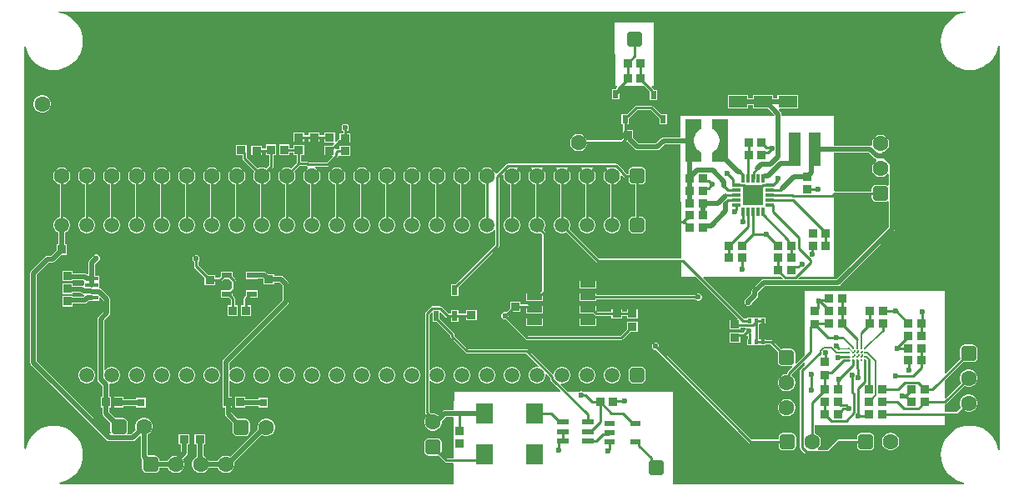
<source format=gtl>
G04*
G04 #@! TF.GenerationSoftware,Altium Limited,Altium Designer,21.6.4 (81)*
G04*
G04 Layer_Physical_Order=1*
G04 Layer_Color=255*
%FSLAX44Y44*%
%MOMM*%
G71*
G04*
G04 #@! TF.SameCoordinates,B5D7AA2C-AE02-420C-9FE3-D908FE65D14F*
G04*
G04*
G04 #@! TF.FilePolarity,Positive*
G04*
G01*
G75*
%ADD10C,0.2000*%
%ADD12C,0.1524*%
%ADD14R,0.8300X0.9400*%
%ADD15R,1.0500X0.6000*%
%ADD16R,0.9400X0.8300*%
%ADD17R,0.4500X0.4700*%
%ADD18R,1.9200X1.2200*%
%ADD19R,0.9000X0.3000*%
%ADD20R,0.3000X0.9000*%
%ADD21R,2.1500X2.1500*%
%ADD22R,0.6000X0.8500*%
%ADD23C,0.2080*%
%ADD24R,1.8000X2.0000*%
%ADD25R,0.8000X0.8000*%
%ADD26R,1.3970X0.4318*%
%ADD27R,1.2000X0.6000*%
%ADD28R,0.6000X1.0500*%
%ADD29R,1.5260X0.6500*%
%ADD30R,1.3000X3.4000*%
%ADD50C,0.2000*%
%ADD55R,0.8000X4.3000*%
%ADD56C,0.1016*%
%ADD57C,0.2540*%
%ADD58C,0.5000*%
%ADD59C,1.6000*%
G04:AMPARAMS|DCode=60|XSize=1.6mm|YSize=1.6mm|CornerRadius=0.4mm|HoleSize=0mm|Usage=FLASHONLY|Rotation=0.000|XOffset=0mm|YOffset=0mm|HoleType=Round|Shape=RoundedRectangle|*
%AMROUNDEDRECTD60*
21,1,1.6000,0.8000,0,0,0.0*
21,1,0.8000,1.6000,0,0,0.0*
1,1,0.8000,0.4000,-0.4000*
1,1,0.8000,-0.4000,-0.4000*
1,1,0.8000,-0.4000,0.4000*
1,1,0.8000,0.4000,0.4000*
%
%ADD60ROUNDEDRECTD60*%
G04:AMPARAMS|DCode=61|XSize=1.6mm|YSize=1.6mm|CornerRadius=0.4mm|HoleSize=0mm|Usage=FLASHONLY|Rotation=90.000|XOffset=0mm|YOffset=0mm|HoleType=Round|Shape=RoundedRectangle|*
%AMROUNDEDRECTD61*
21,1,1.6000,0.8000,0,0,90.0*
21,1,0.8000,1.6000,0,0,90.0*
1,1,0.8000,0.4000,0.4000*
1,1,0.8000,0.4000,-0.4000*
1,1,0.8000,-0.4000,-0.4000*
1,1,0.8000,-0.4000,0.4000*
%
%ADD61ROUNDEDRECTD61*%
%ADD62C,1.5200*%
G04:AMPARAMS|DCode=63|XSize=1.52mm|YSize=1.52mm|CornerRadius=0.38mm|HoleSize=0mm|Usage=FLASHONLY|Rotation=180.000|XOffset=0mm|YOffset=0mm|HoleType=Round|Shape=RoundedRectangle|*
%AMROUNDEDRECTD63*
21,1,1.5200,0.7600,0,0,180.0*
21,1,0.7600,1.5200,0,0,180.0*
1,1,0.7600,-0.3800,0.3800*
1,1,0.7600,0.3800,0.3800*
1,1,0.7600,0.3800,-0.3800*
1,1,0.7600,-0.3800,-0.3800*
%
%ADD63ROUNDEDRECTD63*%
%ADD64C,0.6000*%
G36*
X955408Y478991D02*
X950930Y477916D01*
X946674Y476153D01*
X942747Y473747D01*
X939245Y470755D01*
X936253Y467253D01*
X933847Y463326D01*
X932084Y459070D01*
X931009Y454592D01*
X930648Y450000D01*
X931009Y445408D01*
X932084Y440930D01*
X933847Y436674D01*
X936253Y432747D01*
X939245Y429245D01*
X942747Y426253D01*
X946674Y423847D01*
X950930Y422084D01*
X955408Y421009D01*
X960000Y420648D01*
X964592Y421009D01*
X969070Y422084D01*
X973326Y423847D01*
X977253Y426253D01*
X980755Y429245D01*
X983747Y432747D01*
X986153Y436674D01*
X987916Y440930D01*
X988991Y445408D01*
X990250Y445294D01*
Y34706D01*
X988991Y34592D01*
X987916Y39070D01*
X986153Y43326D01*
X983747Y47253D01*
X980755Y50755D01*
X977253Y53747D01*
X973326Y56153D01*
X969070Y57916D01*
X964592Y58991D01*
X960000Y59352D01*
X955408Y58991D01*
X950930Y57916D01*
X946674Y56153D01*
X942747Y53747D01*
X939245Y50755D01*
X936253Y47253D01*
X933847Y43326D01*
X932084Y39070D01*
X931009Y34592D01*
X930648Y30000D01*
X931009Y25408D01*
X932084Y20930D01*
X933847Y16674D01*
X936253Y12747D01*
X939245Y9245D01*
X942747Y6253D01*
X946674Y3847D01*
X950930Y2084D01*
X954321Y1270D01*
X954170Y0D01*
X658500D01*
Y94000D01*
X566631D01*
X565998Y94262D01*
X564502D01*
X563869Y94000D01*
X551599D01*
X544426Y101173D01*
X544644Y101882D01*
X545007Y102388D01*
X547001D01*
X549128Y102958D01*
X551034Y104059D01*
X552591Y105616D01*
X553692Y107522D01*
X554262Y109649D01*
Y111851D01*
X553692Y113978D01*
X552591Y115884D01*
X551034Y117441D01*
X549128Y118542D01*
X547001Y119112D01*
X544799D01*
X542672Y118542D01*
X540766Y117441D01*
X539209Y115884D01*
X538108Y113978D01*
X537658Y112299D01*
X536555Y111874D01*
X536280Y111881D01*
X511446Y136715D01*
X510774Y137164D01*
X509981Y137322D01*
X509981Y137322D01*
X450108D01*
X436562Y150868D01*
Y152260D01*
X436562Y152260D01*
X436404Y153053D01*
X435955Y153725D01*
X435955Y153725D01*
X421762Y167918D01*
Y174132D01*
X422935Y174618D01*
X428018Y169535D01*
X428018Y169535D01*
X428690Y169086D01*
X429483Y168928D01*
X433238D01*
Y164988D01*
X440762D01*
Y168928D01*
X448538D01*
Y166738D01*
X459462D01*
Y176562D01*
X448538D01*
Y173072D01*
X440762D01*
Y177012D01*
X433238D01*
Y173072D01*
X430341D01*
X423412Y180001D01*
X422740Y180450D01*
X421947Y180608D01*
X421947Y180608D01*
X414053D01*
X413260Y180450D01*
X412588Y180001D01*
X412588Y180001D01*
X407549Y174962D01*
X407100Y174290D01*
X406942Y173497D01*
X406942Y173497D01*
Y72828D01*
X406942Y72828D01*
X407100Y72035D01*
X407549Y71363D01*
X409160Y69752D01*
X407989Y68580D01*
X406835Y66582D01*
X406238Y64353D01*
Y62046D01*
X406835Y59818D01*
X407989Y57820D01*
X409620Y56189D01*
X411618Y55035D01*
X413847Y54438D01*
X416153D01*
X418382Y55035D01*
X420380Y56189D01*
X422011Y57820D01*
X423165Y59818D01*
X423762Y62046D01*
Y64282D01*
X428154Y68674D01*
X435283D01*
X436180Y67775D01*
X436157Y59262D01*
X436045D01*
Y49438D01*
X436045D01*
X436131Y49353D01*
X436069Y26322D01*
X429408D01*
X423536Y32194D01*
X423855Y33800D01*
Y41800D01*
X423486Y43658D01*
X422433Y45233D01*
X420858Y46286D01*
X419000Y46655D01*
X411000D01*
X409142Y46286D01*
X407567Y45233D01*
X406514Y43658D01*
X406145Y41800D01*
Y33800D01*
X406514Y31942D01*
X407567Y30367D01*
X409142Y29314D01*
X411000Y28945D01*
X419000D01*
X420606Y29264D01*
X427085Y22785D01*
X427085Y22785D01*
X427757Y22336D01*
X428550Y22178D01*
X435159D01*
X436055Y21279D01*
X435999Y0D01*
X35830D01*
X35679Y1270D01*
X39070Y2084D01*
X43326Y3847D01*
X47253Y6253D01*
X50755Y9245D01*
X53747Y12747D01*
X56153Y16674D01*
X57916Y20930D01*
X58991Y25408D01*
X59352Y30000D01*
X58991Y34592D01*
X57916Y39070D01*
X56153Y43326D01*
X53747Y47253D01*
X50755Y50755D01*
X47253Y53747D01*
X43326Y56153D01*
X39070Y57916D01*
X34592Y58991D01*
X30000Y59352D01*
X25408Y58991D01*
X20930Y57916D01*
X16674Y56153D01*
X12747Y53747D01*
X9245Y50755D01*
X6253Y47253D01*
X3847Y43326D01*
X2084Y39070D01*
X1270Y35679D01*
X0Y35830D01*
Y444170D01*
X1270Y444321D01*
X2084Y440930D01*
X3847Y436674D01*
X6253Y432747D01*
X9245Y429245D01*
X12747Y426253D01*
X16674Y423847D01*
X20930Y422084D01*
X25408Y421009D01*
X30000Y420648D01*
X34592Y421009D01*
X39070Y422084D01*
X43326Y423847D01*
X47253Y426253D01*
X50755Y429245D01*
X53747Y432747D01*
X56153Y436674D01*
X57916Y440930D01*
X58991Y445408D01*
X59352Y450000D01*
X58991Y454592D01*
X57916Y459070D01*
X56153Y463326D01*
X53747Y467253D01*
X50755Y470755D01*
X47253Y473747D01*
X43326Y476153D01*
X39070Y477916D01*
X34592Y478991D01*
X34706Y480250D01*
X955294D01*
X955408Y478991D01*
D02*
G37*
G36*
X414238Y174132D02*
Y164988D01*
X418832D01*
X432418Y151402D01*
Y150010D01*
X432418Y150010D01*
X432576Y149217D01*
X433025Y148545D01*
X447785Y133785D01*
X447785Y133785D01*
X448457Y133336D01*
X449250Y133178D01*
X509123D01*
X521974Y120327D01*
X521756Y119618D01*
X521393Y119112D01*
X519399D01*
X517272Y118542D01*
X515366Y117441D01*
X513809Y115884D01*
X512708Y113978D01*
X512138Y111851D01*
Y109649D01*
X512708Y107522D01*
X513809Y105616D01*
X515366Y104059D01*
X517272Y102958D01*
X519399Y102388D01*
X521601D01*
X523728Y102958D01*
X525634Y104059D01*
X527191Y105616D01*
X528292Y107522D01*
X528862Y109649D01*
Y111643D01*
X529368Y112006D01*
X530077Y112224D01*
X533942Y108359D01*
Y106655D01*
X533942Y106655D01*
X534100Y105862D01*
X534549Y105190D01*
X544566Y95173D01*
X544080Y94000D01*
X436250D01*
X436200Y75326D01*
X426777D01*
X425504Y75073D01*
X424425Y74352D01*
X420319Y70246D01*
X418382Y71365D01*
X416153Y71962D01*
X413847D01*
X413029Y71743D01*
X411086Y73686D01*
Y105021D01*
X411741Y105368D01*
X412356Y105469D01*
X413766Y104059D01*
X415672Y102958D01*
X417799Y102388D01*
X420001D01*
X422128Y102958D01*
X424034Y104059D01*
X425591Y105616D01*
X426692Y107522D01*
X427262Y109649D01*
Y111851D01*
X426692Y113978D01*
X425591Y115884D01*
X424034Y117441D01*
X422128Y118542D01*
X420001Y119112D01*
X417799D01*
X415672Y118542D01*
X413766Y117441D01*
X412356Y116031D01*
X411741Y116132D01*
X411086Y116479D01*
Y172639D01*
X413065Y174618D01*
X414238Y174132D01*
D02*
G37*
%LPC*%
G36*
X785362Y395112D02*
X764638D01*
Y391576D01*
X760119D01*
Y395112D01*
X739395D01*
Y391576D01*
X734862D01*
Y395112D01*
X714138D01*
Y381388D01*
X734862D01*
Y384924D01*
X739395D01*
Y381388D01*
X755416D01*
X761534Y375270D01*
X761008Y374000D01*
X666375D01*
X666407Y353225D01*
X665509Y352326D01*
X649000D01*
X647727Y352073D01*
X646648Y351352D01*
X641122Y345826D01*
X623628D01*
X618126Y351328D01*
Y352600D01*
X618062Y352921D01*
Y359712D01*
X612037D01*
Y365738D01*
X613727D01*
Y371814D01*
X613738Y371816D01*
X614410Y372265D01*
X622323Y380178D01*
X635799D01*
X643962Y372015D01*
X643962Y372015D01*
X644635Y371566D01*
X644645Y371564D01*
Y365488D01*
X652169D01*
Y375512D01*
X646878D01*
X646677Y375552D01*
X646677Y375552D01*
X646286D01*
X638122Y383715D01*
X637450Y384164D01*
X636658Y384322D01*
X636657Y384322D01*
X621465D01*
X621465Y384322D01*
X620672Y384164D01*
X620000Y383715D01*
X612087Y375802D01*
X611695D01*
X611695Y375802D01*
X611495Y375762D01*
X606203D01*
Y365738D01*
X607893D01*
Y357985D01*
X607893Y357985D01*
X608051Y357192D01*
X608238Y356912D01*
Y351718D01*
X605684Y349164D01*
X571216D01*
X570865Y350475D01*
X569711Y352472D01*
X568080Y354104D01*
X566082Y355257D01*
X563853Y355854D01*
X561547D01*
X559318Y355257D01*
X557320Y354104D01*
X555689Y352472D01*
X554535Y350475D01*
X553938Y348246D01*
Y345939D01*
X554535Y343711D01*
X555689Y341712D01*
X557320Y340081D01*
X559318Y338928D01*
X561547Y338330D01*
X563853D01*
X566082Y338928D01*
X568080Y340081D01*
X569711Y341712D01*
X570865Y343711D01*
X571216Y345021D01*
X606542D01*
X606543Y345021D01*
X607335Y345178D01*
X608008Y345628D01*
X610613Y348233D01*
X610624Y348238D01*
X612138Y348063D01*
X612448Y347598D01*
X619898Y340148D01*
X620977Y339427D01*
X622250Y339174D01*
X642500D01*
X643773Y339427D01*
X644852Y340148D01*
X650378Y345674D01*
X666418D01*
X666596Y229970D01*
X665698Y229072D01*
X582908D01*
X553094Y258886D01*
X553692Y259922D01*
X554262Y262049D01*
Y264251D01*
X553692Y266378D01*
X552591Y268284D01*
X551034Y269841D01*
X549128Y270942D01*
X547972Y271252D01*
Y304634D01*
X549282Y304985D01*
X551280Y306139D01*
X552911Y307770D01*
X554065Y309768D01*
X554662Y311996D01*
Y314303D01*
X554065Y316532D01*
X552911Y318530D01*
X551347Y320094D01*
X551370Y320398D01*
X551737Y321364D01*
X565463D01*
X565830Y320398D01*
X565853Y320094D01*
X564289Y318530D01*
X563135Y316532D01*
X562538Y314303D01*
Y311996D01*
X563135Y309768D01*
X564289Y307770D01*
X565920Y306139D01*
X567918Y304985D01*
X569228Y304634D01*
Y271252D01*
X568072Y270942D01*
X566166Y269841D01*
X564609Y268284D01*
X563508Y266378D01*
X562938Y264251D01*
Y262049D01*
X563508Y259922D01*
X564609Y258016D01*
X566166Y256459D01*
X568072Y255358D01*
X570199Y254788D01*
X572401D01*
X574528Y255358D01*
X576434Y256459D01*
X577991Y258016D01*
X579092Y259922D01*
X579662Y262049D01*
Y264251D01*
X579092Y266378D01*
X577991Y268284D01*
X576434Y269841D01*
X574528Y270942D01*
X573372Y271252D01*
Y304634D01*
X574682Y304985D01*
X576680Y306139D01*
X578311Y307770D01*
X579465Y309768D01*
X580062Y311996D01*
Y314303D01*
X579465Y316532D01*
X578311Y318530D01*
X576747Y320094D01*
X576770Y320398D01*
X577137Y321364D01*
X590863D01*
X591230Y320398D01*
X591253Y320094D01*
X589689Y318530D01*
X588535Y316532D01*
X587938Y314303D01*
Y311996D01*
X588535Y309768D01*
X589689Y307770D01*
X591320Y306139D01*
X593318Y304985D01*
X594628Y304634D01*
Y271252D01*
X593472Y270942D01*
X591566Y269841D01*
X590009Y268284D01*
X588908Y266378D01*
X588338Y264251D01*
Y262049D01*
X588908Y259922D01*
X590009Y258016D01*
X591566Y256459D01*
X593472Y255358D01*
X595599Y254788D01*
X597801D01*
X599928Y255358D01*
X601834Y256459D01*
X603391Y258016D01*
X604492Y259922D01*
X605062Y262049D01*
Y264251D01*
X604492Y266378D01*
X603391Y268284D01*
X601834Y269841D01*
X599928Y270942D01*
X598772Y271252D01*
Y304634D01*
X600082Y304985D01*
X602080Y306139D01*
X603711Y307770D01*
X604865Y309768D01*
X605462Y311996D01*
Y313252D01*
X606732Y313778D01*
X608825Y311685D01*
X609497Y311236D01*
X610290Y311078D01*
X610290Y311078D01*
X613245D01*
Y309150D01*
X613614Y307292D01*
X614667Y305717D01*
X616242Y304664D01*
X618100Y304295D01*
X620028D01*
Y271601D01*
X618300D01*
X616520Y271247D01*
X615011Y270239D01*
X614003Y268730D01*
X613649Y266950D01*
Y259350D01*
X614003Y257570D01*
X615011Y256061D01*
X616520Y255053D01*
X618300Y254699D01*
X625900D01*
X627680Y255053D01*
X629189Y256061D01*
X630197Y257570D01*
X630551Y259350D01*
Y266950D01*
X630197Y268730D01*
X629189Y270239D01*
X627680Y271247D01*
X625900Y271601D01*
X624172D01*
Y304295D01*
X626100D01*
X627958Y304664D01*
X629533Y305717D01*
X630586Y307292D01*
X630955Y309150D01*
Y317150D01*
X630586Y319008D01*
X629533Y320583D01*
X627958Y321636D01*
X626100Y322005D01*
X618100D01*
X616242Y321636D01*
X614667Y320583D01*
X613614Y319008D01*
X613245Y317150D01*
Y315222D01*
X611148D01*
X609058Y317312D01*
Y317411D01*
X608900Y318204D01*
X608451Y318876D01*
X608451Y318876D01*
X602426Y324901D01*
X601754Y325350D01*
X600961Y325508D01*
X600961Y325508D01*
X490840D01*
X490839Y325508D01*
X490047Y325350D01*
X489374Y324901D01*
X479566Y315092D01*
X478149Y315472D01*
X477865Y316532D01*
X476711Y318530D01*
X475080Y320161D01*
X473082Y321315D01*
X470854Y321912D01*
X468546D01*
X466318Y321315D01*
X464320Y320161D01*
X462689Y318530D01*
X461535Y316532D01*
X460938Y314303D01*
Y311996D01*
X461535Y309768D01*
X462689Y307770D01*
X464320Y306139D01*
X466318Y304985D01*
X467628Y304634D01*
Y271252D01*
X466472Y270942D01*
X464566Y269841D01*
X463009Y268284D01*
X461908Y266378D01*
X461338Y264251D01*
Y262049D01*
X461908Y259922D01*
X463009Y258016D01*
X464566Y256459D01*
X466472Y255358D01*
X468599Y254788D01*
X470801D01*
X472928Y255358D01*
X474834Y256459D01*
X476391Y258016D01*
X476644Y258454D01*
X477914Y258113D01*
Y243094D01*
X437832Y203012D01*
X433238D01*
Y190988D01*
X440762D01*
Y200082D01*
X481451Y240771D01*
X481451Y240771D01*
X481900Y241443D01*
X482058Y242236D01*
Y311724D01*
X485165Y314831D01*
X486107Y314407D01*
X486338Y314209D01*
Y311996D01*
X486935Y309768D01*
X488089Y307770D01*
X489720Y306139D01*
X491718Y304985D01*
X493028Y304634D01*
Y271252D01*
X491872Y270942D01*
X489966Y269841D01*
X488409Y268284D01*
X487308Y266378D01*
X486738Y264251D01*
Y262049D01*
X487308Y259922D01*
X488409Y258016D01*
X489966Y256459D01*
X491872Y255358D01*
X493999Y254788D01*
X496201D01*
X498328Y255358D01*
X500234Y256459D01*
X501791Y258016D01*
X502892Y259922D01*
X503462Y262049D01*
Y264251D01*
X502892Y266378D01*
X501791Y268284D01*
X500234Y269841D01*
X498328Y270942D01*
X497172Y271252D01*
Y304634D01*
X498482Y304985D01*
X500480Y306139D01*
X502111Y307770D01*
X503265Y309768D01*
X503862Y311996D01*
Y314303D01*
X503265Y316532D01*
X502111Y318530D01*
X500547Y320094D01*
X500570Y320398D01*
X500937Y321364D01*
X514663D01*
X515030Y320398D01*
X515053Y320094D01*
X513489Y318530D01*
X512335Y316532D01*
X511738Y314303D01*
Y311996D01*
X512335Y309768D01*
X513489Y307770D01*
X515120Y306139D01*
X517118Y304985D01*
X518428Y304634D01*
Y271252D01*
X517272Y270942D01*
X515366Y269841D01*
X513809Y268284D01*
X512708Y266378D01*
X512138Y264251D01*
Y262049D01*
X512708Y259922D01*
X513809Y258016D01*
X515366Y256459D01*
X517272Y255358D01*
X519399Y254788D01*
X521601D01*
X523728Y255358D01*
X523785Y255391D01*
X525724Y253452D01*
Y196494D01*
X523342Y194112D01*
X509488D01*
Y186088D01*
X526272D01*
Y191182D01*
X529261Y194171D01*
X529710Y194843D01*
X529868Y195636D01*
X529868Y195636D01*
Y254310D01*
X529710Y255103D01*
X529261Y255775D01*
X529261Y255775D01*
X527106Y257930D01*
X527191Y258016D01*
X528292Y259922D01*
X528862Y262049D01*
Y264251D01*
X528292Y266378D01*
X527191Y268284D01*
X525634Y269841D01*
X523728Y270942D01*
X522572Y271252D01*
Y304634D01*
X523882Y304985D01*
X525880Y306139D01*
X527511Y307770D01*
X528665Y309768D01*
X529262Y311996D01*
Y314303D01*
X528665Y316532D01*
X527511Y318530D01*
X525947Y320094D01*
X525970Y320398D01*
X526337Y321364D01*
X540063D01*
X540430Y320398D01*
X540453Y320094D01*
X538889Y318530D01*
X537735Y316532D01*
X537138Y314303D01*
Y311996D01*
X537735Y309768D01*
X538889Y307770D01*
X540520Y306139D01*
X542518Y304985D01*
X543828Y304634D01*
Y271252D01*
X542672Y270942D01*
X540766Y269841D01*
X539209Y268284D01*
X538108Y266378D01*
X537538Y264251D01*
Y262049D01*
X538108Y259922D01*
X539209Y258016D01*
X540766Y256459D01*
X542672Y255358D01*
X544799Y254788D01*
X547001D01*
X549128Y255358D01*
X550164Y255956D01*
X580585Y225535D01*
X580585Y225535D01*
X581257Y225086D01*
X582050Y224928D01*
X666603D01*
X666625Y210750D01*
X682003D01*
X724568Y168185D01*
X724082Y167012D01*
X716038D01*
Y157188D01*
X726962D01*
Y159392D01*
X732353D01*
X732802Y158122D01*
X732061Y157381D01*
X731488Y155998D01*
Y155354D01*
X729986Y153852D01*
X724380D01*
X724380Y153852D01*
X724180Y153812D01*
X716038D01*
Y143988D01*
X726962D01*
Y149708D01*
X730844D01*
X730844Y149708D01*
X731637Y149866D01*
X732309Y150315D01*
X733408Y151414D01*
X734678Y150888D01*
Y147512D01*
X733738D01*
Y141288D01*
X738968D01*
X739762Y141288D01*
X741032Y141288D01*
X746262D01*
Y141288D01*
X746738D01*
Y141288D01*
X752762D01*
Y142328D01*
X757392D01*
X765464Y134256D01*
X765145Y132650D01*
Y124650D01*
X765514Y122792D01*
X766567Y121217D01*
X768142Y120164D01*
X770000Y119795D01*
X778000D01*
X779334Y120060D01*
X779960Y118890D01*
X774971Y113901D01*
X774522Y113229D01*
X774364Y112436D01*
X773236Y112012D01*
X772847D01*
X770618Y111415D01*
X768620Y110261D01*
X766989Y108630D01*
X765835Y106632D01*
X765238Y104403D01*
Y102096D01*
X765835Y99868D01*
X766989Y97870D01*
X768620Y96239D01*
X770618Y95085D01*
X772847Y94488D01*
X775154D01*
X777382Y95085D01*
X779380Y96239D01*
X781011Y97870D01*
X782165Y99868D01*
X782762Y102096D01*
Y104403D01*
X782165Y106632D01*
X781011Y108630D01*
X779380Y110261D01*
X778969Y110499D01*
X778835Y111905D01*
X791061Y124131D01*
X792234Y123644D01*
X792229Y120977D01*
X788199Y116947D01*
X787750Y116275D01*
X787592Y115482D01*
X787592Y115482D01*
Y36836D01*
X787592Y36836D01*
X787750Y36043D01*
X788199Y35371D01*
X792164Y31407D01*
X792164Y31406D01*
X792836Y30957D01*
X793629Y30800D01*
X793629Y30800D01*
X816419D01*
X816419Y30800D01*
X817212Y30957D01*
X817884Y31406D01*
X827656Y41178D01*
X845195D01*
Y39250D01*
X845564Y37392D01*
X846617Y35817D01*
X848192Y34764D01*
X850050Y34395D01*
X858050D01*
X859908Y34764D01*
X861483Y35817D01*
X862536Y37392D01*
X862905Y39250D01*
Y47250D01*
X862536Y49108D01*
X861483Y50683D01*
X859908Y51736D01*
X858050Y52105D01*
X850050D01*
X848192Y51736D01*
X846617Y50683D01*
X845564Y49108D01*
X845195Y47250D01*
Y45322D01*
X826798D01*
X826798Y45322D01*
X826005Y45164D01*
X825333Y44715D01*
X825333Y44715D01*
X815561Y34943D01*
X805787D01*
X805420Y35909D01*
X805397Y36213D01*
X806961Y37777D01*
X808115Y39775D01*
X808712Y42004D01*
Y44311D01*
X808115Y46539D01*
X806961Y48537D01*
X805330Y50169D01*
X803332Y51322D01*
X802022Y51673D01*
Y60250D01*
X934250D01*
Y69021D01*
X947642D01*
X947643Y69021D01*
X948435Y69178D01*
X949108Y69627D01*
X954193Y74713D01*
X955368Y74035D01*
X957597Y73438D01*
X959903D01*
X962132Y74035D01*
X964130Y75189D01*
X965761Y76820D01*
X966915Y78818D01*
X967512Y81046D01*
Y83354D01*
X966915Y85582D01*
X965761Y87580D01*
X964130Y89211D01*
X962132Y90365D01*
X959903Y90962D01*
X957597D01*
X955368Y90365D01*
X953370Y89211D01*
X951739Y87580D01*
X950585Y85582D01*
X949988Y83354D01*
Y81046D01*
X950585Y78818D01*
X951263Y77643D01*
X946784Y73164D01*
X934250D01*
Y80438D01*
X934743Y81521D01*
X935535Y81678D01*
X936208Y82128D01*
X954193Y100113D01*
X955368Y99435D01*
X957597Y98838D01*
X959903D01*
X962132Y99435D01*
X964130Y100589D01*
X965761Y102220D01*
X966915Y104218D01*
X967512Y106446D01*
Y108753D01*
X966915Y110982D01*
X965761Y112980D01*
X964130Y114611D01*
X962132Y115765D01*
X959903Y116362D01*
X957597D01*
X955368Y115765D01*
X953370Y114611D01*
X951739Y112980D01*
X950585Y110982D01*
X949988Y108753D01*
Y106446D01*
X950585Y104218D01*
X951263Y103043D01*
X935423Y87203D01*
X934250Y87689D01*
Y105570D01*
X953144Y124464D01*
X954750Y124145D01*
X962750D01*
X964608Y124514D01*
X966183Y125567D01*
X967236Y127142D01*
X967605Y129000D01*
Y137000D01*
X967236Y138858D01*
X966183Y140433D01*
X964608Y141486D01*
X962750Y141855D01*
X954750D01*
X952892Y141486D01*
X951317Y140433D01*
X950264Y138858D01*
X949895Y137000D01*
Y129000D01*
X950214Y127394D01*
X935423Y112603D01*
X934250Y113089D01*
Y196250D01*
X792367Y196250D01*
X792247Y131178D01*
X783760Y122690D01*
X782590Y123316D01*
X782855Y124650D01*
Y132650D01*
X782486Y134508D01*
X781433Y136083D01*
X779858Y137136D01*
X778000Y137505D01*
X770000D01*
X768394Y137186D01*
X759715Y145865D01*
X759043Y146314D01*
X758250Y146472D01*
X758250Y146472D01*
X752762D01*
Y147512D01*
X746738D01*
Y147512D01*
X746592D01*
X745322Y148308D01*
Y162192D01*
X746262Y162988D01*
X746738D01*
Y162988D01*
X752762D01*
Y169212D01*
X746738D01*
Y169212D01*
X746262D01*
Y169212D01*
X741032D01*
X740238Y169212D01*
Y169212D01*
X739762D01*
Y169212D01*
X733738D01*
Y168172D01*
X730441D01*
X689036Y209577D01*
X689522Y210750D01*
X768420D01*
X769957Y209213D01*
X769471Y208040D01*
X750464D01*
X749191Y207787D01*
X748112Y207066D01*
X739448Y198401D01*
X738727Y197322D01*
X738474Y196049D01*
Y193412D01*
X733210Y188148D01*
X732619Y187903D01*
X731561Y186845D01*
X730988Y185462D01*
Y183966D01*
X731561Y182583D01*
X732619Y181525D01*
X734002Y180952D01*
X735498D01*
X736881Y181525D01*
X737939Y182583D01*
X738512Y183966D01*
Y184043D01*
X744151Y189682D01*
X744872Y190761D01*
X745125Y192034D01*
Y194672D01*
X751842Y201388D01*
X826214D01*
X827487Y201641D01*
X828566Y202362D01*
X883118Y256914D01*
X883839Y257993D01*
X884092Y259266D01*
Y325520D01*
X883839Y326793D01*
X883118Y327872D01*
X875628Y335362D01*
X874549Y336083D01*
X873276Y336336D01*
X871384D01*
X871217Y337606D01*
X872632Y337985D01*
X874630Y339139D01*
X876261Y340770D01*
X877415Y342768D01*
X878012Y344996D01*
Y347304D01*
X877415Y349532D01*
X876261Y351530D01*
X874630Y353161D01*
X872632Y354315D01*
X870404Y354912D01*
X868096D01*
X865868Y354315D01*
X863870Y353161D01*
X862239Y351530D01*
X861085Y349532D01*
X860488Y347304D01*
Y344996D01*
X860586Y344630D01*
X860357Y344284D01*
X859536Y343643D01*
X858614Y343826D01*
X822125D01*
Y374000D01*
X768838D01*
Y375995D01*
X768585Y377268D01*
X767864Y378347D01*
X765996Y380215D01*
X766482Y381388D01*
X785362D01*
Y395112D01*
D02*
G37*
G36*
X639250Y468500D02*
X599000D01*
X599750Y405250D01*
Y404500D01*
X601361D01*
X601847Y403327D01*
X600730Y402210D01*
X600281Y401538D01*
X600126Y400762D01*
X596703D01*
Y390738D01*
X604227D01*
Y397280D01*
X604267Y397480D01*
X604267Y397480D01*
Y399887D01*
X608880Y404500D01*
X629620D01*
X635106Y399014D01*
Y397230D01*
X635106Y397230D01*
X635145Y397030D01*
Y390488D01*
X642670D01*
Y400512D01*
X639122D01*
X639092Y400665D01*
X638643Y401338D01*
X638642Y401338D01*
X636653Y403327D01*
X637139Y404500D01*
X639250D01*
Y468500D01*
D02*
G37*
G36*
X19153Y394962D02*
X16846D01*
X14618Y394365D01*
X12620Y393211D01*
X10989Y391580D01*
X9835Y389582D01*
X9238Y387354D01*
Y385046D01*
X9835Y382818D01*
X10989Y380820D01*
X12620Y379189D01*
X14618Y378035D01*
X16846Y377438D01*
X19153D01*
X21382Y378035D01*
X23380Y379189D01*
X25011Y380820D01*
X26165Y382818D01*
X26762Y385046D01*
Y387354D01*
X26165Y389582D01*
X25011Y391580D01*
X23380Y393211D01*
X21382Y394365D01*
X19153Y394962D01*
D02*
G37*
G36*
X326498Y365762D02*
X325002D01*
X323619Y365189D01*
X322561Y364131D01*
X321988Y362748D01*
Y361252D01*
X322561Y359869D01*
X323619Y358811D01*
X323678Y358786D01*
Y356512D01*
X320038D01*
Y350775D01*
X319327Y350634D01*
X318655Y350185D01*
X318655Y350185D01*
X316482Y348012D01*
X315212Y348538D01*
Y357012D01*
X304288D01*
Y354422D01*
X299655D01*
Y357262D01*
X288731D01*
Y354422D01*
X284212D01*
Y357262D01*
X273288D01*
Y347438D01*
X284212D01*
Y350278D01*
X288731D01*
Y347438D01*
X299655D01*
Y350278D01*
X304288D01*
Y347188D01*
X313862D01*
X314388Y345918D01*
X312282Y343812D01*
X304288D01*
Y333988D01*
X312332D01*
X312818Y332815D01*
X306793Y326790D01*
X288741D01*
X288666Y326865D01*
X287994Y327314D01*
X287201Y327472D01*
X287201Y327472D01*
X280822D01*
Y334238D01*
X284212D01*
Y344062D01*
X273288D01*
Y341222D01*
X268762D01*
Y345212D01*
X258938D01*
Y334288D01*
X268762D01*
Y337078D01*
X273288D01*
Y334238D01*
X276678D01*
Y326258D01*
X271057Y320637D01*
X269882Y321315D01*
X267654Y321912D01*
X265347D01*
X263118Y321315D01*
X261120Y320161D01*
X259489Y318530D01*
X258335Y316532D01*
X257738Y314303D01*
Y311996D01*
X258335Y309768D01*
X259489Y307770D01*
X261120Y306139D01*
X263118Y304985D01*
X264428Y304634D01*
Y271252D01*
X263272Y270942D01*
X261366Y269841D01*
X259809Y268284D01*
X258708Y266378D01*
X258138Y264251D01*
Y262049D01*
X258708Y259922D01*
X259809Y258016D01*
X261366Y256459D01*
X263272Y255358D01*
X265399Y254788D01*
X267601D01*
X269728Y255358D01*
X271634Y256459D01*
X273191Y258016D01*
X274292Y259922D01*
X274862Y262049D01*
Y264251D01*
X274292Y266378D01*
X273191Y268284D01*
X271634Y269841D01*
X269728Y270942D01*
X268572Y271252D01*
Y304634D01*
X269882Y304985D01*
X271880Y306139D01*
X273511Y307770D01*
X274665Y309768D01*
X275262Y311996D01*
Y314303D01*
X274665Y316532D01*
X273987Y317707D01*
X279608Y323328D01*
X286343D01*
X286418Y323253D01*
X286418Y323253D01*
X287090Y322804D01*
X287883Y322646D01*
X288068Y322448D01*
X288074Y322433D01*
X287795Y320897D01*
X286520Y320161D01*
X284889Y318530D01*
X283735Y316532D01*
X283138Y314303D01*
Y311996D01*
X283735Y309768D01*
X284889Y307770D01*
X286520Y306139D01*
X288518Y304985D01*
X289828Y304634D01*
Y271252D01*
X288672Y270942D01*
X286766Y269841D01*
X285209Y268284D01*
X284108Y266378D01*
X283538Y264251D01*
Y262049D01*
X284108Y259922D01*
X285209Y258016D01*
X286766Y256459D01*
X288672Y255358D01*
X290799Y254788D01*
X293001D01*
X295128Y255358D01*
X297034Y256459D01*
X298591Y258016D01*
X299692Y259922D01*
X300262Y262049D01*
Y264251D01*
X299692Y266378D01*
X298591Y268284D01*
X297034Y269841D01*
X295128Y270942D01*
X293972Y271252D01*
Y304634D01*
X295282Y304985D01*
X297280Y306139D01*
X298911Y307770D01*
X300065Y309768D01*
X300662Y311996D01*
Y314303D01*
X300065Y316532D01*
X298911Y318530D01*
X297280Y320161D01*
X295282Y321315D01*
X295053Y321376D01*
X295220Y322646D01*
X307651D01*
X307651Y322646D01*
X308444Y322804D01*
X309116Y323253D01*
X318201Y332338D01*
X318201Y332338D01*
X318650Y333010D01*
X318768Y333603D01*
X320038Y333488D01*
Y333488D01*
X330962D01*
Y343312D01*
X320038D01*
Y340472D01*
X318224D01*
X317431Y340314D01*
X317071Y340074D01*
X316082Y340349D01*
X315712Y340614D01*
X315618Y341287D01*
X320978Y346648D01*
X322620D01*
X322620Y346648D01*
X322820Y346688D01*
X330962D01*
Y356512D01*
X327822D01*
Y358786D01*
X327881Y358811D01*
X328939Y359869D01*
X329512Y361252D01*
Y362748D01*
X328939Y364131D01*
X327881Y365189D01*
X326498Y365762D01*
D02*
G37*
G36*
X255562Y345212D02*
X245738D01*
Y340972D01*
X241220D01*
Y343812D01*
X230296D01*
Y333988D01*
X241220D01*
Y336828D01*
X245738D01*
Y334288D01*
X248578D01*
Y323558D01*
X245657Y320637D01*
X244482Y321315D01*
X242253Y321912D01*
X239946D01*
X237718Y321315D01*
X236543Y320637D01*
X225752Y331428D01*
Y336270D01*
X225752Y336270D01*
X225712Y336470D01*
Y344062D01*
X214788D01*
Y334238D01*
X221608D01*
Y330570D01*
X221608Y330570D01*
X221766Y329777D01*
X222215Y329105D01*
X233613Y317707D01*
X232935Y316532D01*
X232338Y314303D01*
Y311996D01*
X232935Y309768D01*
X234089Y307770D01*
X235720Y306139D01*
X237718Y304985D01*
X239028Y304634D01*
Y271252D01*
X237872Y270942D01*
X235966Y269841D01*
X234409Y268284D01*
X233308Y266378D01*
X232738Y264251D01*
Y262049D01*
X233308Y259922D01*
X234409Y258016D01*
X235966Y256459D01*
X237872Y255358D01*
X239999Y254788D01*
X242201D01*
X244328Y255358D01*
X246234Y256459D01*
X247791Y258016D01*
X248892Y259922D01*
X249462Y262049D01*
Y264251D01*
X248892Y266378D01*
X247791Y268284D01*
X246234Y269841D01*
X244328Y270942D01*
X243172Y271252D01*
Y304634D01*
X244482Y304985D01*
X246480Y306139D01*
X248111Y307770D01*
X249265Y309768D01*
X249862Y311996D01*
Y314303D01*
X249265Y316532D01*
X248587Y317707D01*
X252115Y321235D01*
X252115Y321235D01*
X252564Y321907D01*
X252722Y322700D01*
X252722Y322700D01*
Y334288D01*
X255562D01*
Y345212D01*
D02*
G37*
G36*
X445453Y321912D02*
X443147D01*
X440918Y321315D01*
X438920Y320161D01*
X437289Y318530D01*
X436135Y316532D01*
X435538Y314303D01*
Y311996D01*
X436135Y309768D01*
X437289Y307770D01*
X438920Y306139D01*
X440918Y304985D01*
X442228Y304634D01*
Y271252D01*
X441072Y270942D01*
X439166Y269841D01*
X437609Y268284D01*
X436508Y266378D01*
X435938Y264251D01*
Y262049D01*
X436508Y259922D01*
X437609Y258016D01*
X439166Y256459D01*
X441072Y255358D01*
X443199Y254788D01*
X445401D01*
X447528Y255358D01*
X449434Y256459D01*
X450991Y258016D01*
X452092Y259922D01*
X452662Y262049D01*
Y264251D01*
X452092Y266378D01*
X450991Y268284D01*
X449434Y269841D01*
X447528Y270942D01*
X446372Y271252D01*
Y304634D01*
X447682Y304985D01*
X449680Y306139D01*
X451311Y307770D01*
X452465Y309768D01*
X453062Y311996D01*
Y314303D01*
X452465Y316532D01*
X451311Y318530D01*
X449680Y320161D01*
X447682Y321315D01*
X445453Y321912D01*
D02*
G37*
G36*
X420053D02*
X417747D01*
X415518Y321315D01*
X413520Y320161D01*
X411889Y318530D01*
X410735Y316532D01*
X410138Y314303D01*
Y311996D01*
X410735Y309768D01*
X411889Y307770D01*
X413520Y306139D01*
X415518Y304985D01*
X416828Y304634D01*
Y271252D01*
X415672Y270942D01*
X413766Y269841D01*
X412209Y268284D01*
X411108Y266378D01*
X410538Y264251D01*
Y262049D01*
X411108Y259922D01*
X412209Y258016D01*
X413766Y256459D01*
X415672Y255358D01*
X417799Y254788D01*
X420001D01*
X422128Y255358D01*
X424034Y256459D01*
X425591Y258016D01*
X426692Y259922D01*
X427262Y262049D01*
Y264251D01*
X426692Y266378D01*
X425591Y268284D01*
X424034Y269841D01*
X422128Y270942D01*
X420972Y271252D01*
Y304634D01*
X422282Y304985D01*
X424280Y306139D01*
X425911Y307770D01*
X427065Y309768D01*
X427662Y311996D01*
Y314303D01*
X427065Y316532D01*
X425911Y318530D01*
X424280Y320161D01*
X422282Y321315D01*
X420053Y321912D01*
D02*
G37*
G36*
X394654D02*
X392346D01*
X390118Y321315D01*
X388120Y320161D01*
X386489Y318530D01*
X385335Y316532D01*
X384738Y314303D01*
Y311996D01*
X385335Y309768D01*
X386489Y307770D01*
X388120Y306139D01*
X390118Y304985D01*
X391428Y304634D01*
Y271252D01*
X390272Y270942D01*
X388366Y269841D01*
X386809Y268284D01*
X385708Y266378D01*
X385138Y264251D01*
Y262049D01*
X385708Y259922D01*
X386809Y258016D01*
X388366Y256459D01*
X390272Y255358D01*
X392399Y254788D01*
X394601D01*
X396728Y255358D01*
X398634Y256459D01*
X400191Y258016D01*
X401292Y259922D01*
X401862Y262049D01*
Y264251D01*
X401292Y266378D01*
X400191Y268284D01*
X398634Y269841D01*
X396728Y270942D01*
X395572Y271252D01*
Y304634D01*
X396882Y304985D01*
X398880Y306139D01*
X400511Y307770D01*
X401665Y309768D01*
X402262Y311996D01*
Y314303D01*
X401665Y316532D01*
X400511Y318530D01*
X398880Y320161D01*
X396882Y321315D01*
X394654Y321912D01*
D02*
G37*
G36*
X369254D02*
X366946D01*
X364718Y321315D01*
X362720Y320161D01*
X361089Y318530D01*
X359935Y316532D01*
X359338Y314303D01*
Y311996D01*
X359935Y309768D01*
X361089Y307770D01*
X362720Y306139D01*
X364718Y304985D01*
X366028Y304634D01*
Y271252D01*
X364872Y270942D01*
X362966Y269841D01*
X361409Y268284D01*
X360308Y266378D01*
X359738Y264251D01*
Y262049D01*
X360308Y259922D01*
X361409Y258016D01*
X362966Y256459D01*
X364872Y255358D01*
X366999Y254788D01*
X369201D01*
X371328Y255358D01*
X373234Y256459D01*
X374791Y258016D01*
X375892Y259922D01*
X376462Y262049D01*
Y264251D01*
X375892Y266378D01*
X374791Y268284D01*
X373234Y269841D01*
X371328Y270942D01*
X370172Y271252D01*
Y304634D01*
X371482Y304985D01*
X373480Y306139D01*
X375111Y307770D01*
X376265Y309768D01*
X376862Y311996D01*
Y314303D01*
X376265Y316532D01*
X375111Y318530D01*
X373480Y320161D01*
X371482Y321315D01*
X369254Y321912D01*
D02*
G37*
G36*
X343853D02*
X341547D01*
X339318Y321315D01*
X337320Y320161D01*
X335689Y318530D01*
X334535Y316532D01*
X333938Y314303D01*
Y311996D01*
X334535Y309768D01*
X335689Y307770D01*
X337320Y306139D01*
X339318Y304985D01*
X340628Y304634D01*
Y271252D01*
X339472Y270942D01*
X337566Y269841D01*
X336009Y268284D01*
X334908Y266378D01*
X334338Y264251D01*
Y262049D01*
X334908Y259922D01*
X336009Y258016D01*
X337566Y256459D01*
X339472Y255358D01*
X341599Y254788D01*
X343801D01*
X345928Y255358D01*
X347834Y256459D01*
X349391Y258016D01*
X350492Y259922D01*
X351062Y262049D01*
Y264251D01*
X350492Y266378D01*
X349391Y268284D01*
X347834Y269841D01*
X345928Y270942D01*
X344772Y271252D01*
Y304634D01*
X346082Y304985D01*
X348080Y306139D01*
X349711Y307770D01*
X350865Y309768D01*
X351462Y311996D01*
Y314303D01*
X350865Y316532D01*
X349711Y318530D01*
X348080Y320161D01*
X346082Y321315D01*
X343853Y321912D01*
D02*
G37*
G36*
X318454D02*
X316147D01*
X313918Y321315D01*
X311920Y320161D01*
X310289Y318530D01*
X309135Y316532D01*
X308538Y314303D01*
Y311996D01*
X309135Y309768D01*
X310289Y307770D01*
X311920Y306139D01*
X313918Y304985D01*
X315228Y304634D01*
Y271252D01*
X314072Y270942D01*
X312166Y269841D01*
X310609Y268284D01*
X309508Y266378D01*
X308938Y264251D01*
Y262049D01*
X309508Y259922D01*
X310609Y258016D01*
X312166Y256459D01*
X314072Y255358D01*
X316199Y254788D01*
X318401D01*
X320528Y255358D01*
X322434Y256459D01*
X323991Y258016D01*
X325092Y259922D01*
X325662Y262049D01*
Y264251D01*
X325092Y266378D01*
X323991Y268284D01*
X322434Y269841D01*
X320528Y270942D01*
X319372Y271252D01*
Y304634D01*
X320682Y304985D01*
X322680Y306139D01*
X324311Y307770D01*
X325465Y309768D01*
X326062Y311996D01*
Y314303D01*
X325465Y316532D01*
X324311Y318530D01*
X322680Y320161D01*
X320682Y321315D01*
X318454Y321912D01*
D02*
G37*
G36*
X216854D02*
X214547D01*
X212318Y321315D01*
X210320Y320161D01*
X208689Y318530D01*
X207535Y316532D01*
X206938Y314303D01*
Y311996D01*
X207535Y309768D01*
X208689Y307770D01*
X210320Y306139D01*
X212318Y304985D01*
X213628Y304634D01*
Y271252D01*
X212472Y270942D01*
X210566Y269841D01*
X209009Y268284D01*
X207908Y266378D01*
X207338Y264251D01*
Y262049D01*
X207908Y259922D01*
X209009Y258016D01*
X210566Y256459D01*
X212472Y255358D01*
X214599Y254788D01*
X216801D01*
X218928Y255358D01*
X220834Y256459D01*
X222391Y258016D01*
X223492Y259922D01*
X224062Y262049D01*
Y264251D01*
X223492Y266378D01*
X222391Y268284D01*
X220834Y269841D01*
X218928Y270942D01*
X217772Y271252D01*
Y304634D01*
X219082Y304985D01*
X221080Y306139D01*
X222711Y307770D01*
X223865Y309768D01*
X224462Y311996D01*
Y314303D01*
X223865Y316532D01*
X222711Y318530D01*
X221080Y320161D01*
X219082Y321315D01*
X216854Y321912D01*
D02*
G37*
G36*
X191453D02*
X189146D01*
X186918Y321315D01*
X184920Y320161D01*
X183289Y318530D01*
X182135Y316532D01*
X181538Y314303D01*
Y311996D01*
X182135Y309768D01*
X183289Y307770D01*
X184920Y306139D01*
X186918Y304985D01*
X188228Y304634D01*
Y271252D01*
X187072Y270942D01*
X185166Y269841D01*
X183609Y268284D01*
X182508Y266378D01*
X181938Y264251D01*
Y262049D01*
X182508Y259922D01*
X183609Y258016D01*
X185166Y256459D01*
X187072Y255358D01*
X189199Y254788D01*
X191401D01*
X193528Y255358D01*
X195434Y256459D01*
X196991Y258016D01*
X198092Y259922D01*
X198662Y262049D01*
Y264251D01*
X198092Y266378D01*
X196991Y268284D01*
X195434Y269841D01*
X193528Y270942D01*
X192372Y271252D01*
Y304634D01*
X193682Y304985D01*
X195680Y306139D01*
X197311Y307770D01*
X198465Y309768D01*
X199062Y311996D01*
Y314303D01*
X198465Y316532D01*
X197311Y318530D01*
X195680Y320161D01*
X193682Y321315D01*
X191453Y321912D01*
D02*
G37*
G36*
X166054D02*
X163746D01*
X161518Y321315D01*
X159520Y320161D01*
X157889Y318530D01*
X156735Y316532D01*
X156138Y314303D01*
Y311996D01*
X156735Y309768D01*
X157889Y307770D01*
X159520Y306139D01*
X161518Y304985D01*
X162828Y304634D01*
Y271252D01*
X161672Y270942D01*
X159766Y269841D01*
X158209Y268284D01*
X157108Y266378D01*
X156538Y264251D01*
Y262049D01*
X157108Y259922D01*
X158209Y258016D01*
X159766Y256459D01*
X161672Y255358D01*
X163799Y254788D01*
X166001D01*
X168128Y255358D01*
X170034Y256459D01*
X171591Y258016D01*
X172692Y259922D01*
X173262Y262049D01*
Y264251D01*
X172692Y266378D01*
X171591Y268284D01*
X170034Y269841D01*
X168128Y270942D01*
X166972Y271252D01*
Y304634D01*
X168282Y304985D01*
X170280Y306139D01*
X171911Y307770D01*
X173065Y309768D01*
X173662Y311996D01*
Y314303D01*
X173065Y316532D01*
X171911Y318530D01*
X170280Y320161D01*
X168282Y321315D01*
X166054Y321912D01*
D02*
G37*
G36*
X140653D02*
X138347D01*
X136118Y321315D01*
X134120Y320161D01*
X132489Y318530D01*
X131335Y316532D01*
X130738Y314303D01*
Y311996D01*
X131335Y309768D01*
X132489Y307770D01*
X134120Y306139D01*
X136118Y304985D01*
X137428Y304634D01*
Y271252D01*
X136272Y270942D01*
X134366Y269841D01*
X132809Y268284D01*
X131708Y266378D01*
X131138Y264251D01*
Y262049D01*
X131708Y259922D01*
X132809Y258016D01*
X134366Y256459D01*
X136272Y255358D01*
X138399Y254788D01*
X140601D01*
X142728Y255358D01*
X144634Y256459D01*
X146191Y258016D01*
X147292Y259922D01*
X147862Y262049D01*
Y264251D01*
X147292Y266378D01*
X146191Y268284D01*
X144634Y269841D01*
X142728Y270942D01*
X141572Y271252D01*
Y304634D01*
X142882Y304985D01*
X144880Y306139D01*
X146511Y307770D01*
X147665Y309768D01*
X148262Y311996D01*
Y314303D01*
X147665Y316532D01*
X146511Y318530D01*
X144880Y320161D01*
X142882Y321315D01*
X140653Y321912D01*
D02*
G37*
G36*
X115253D02*
X112947D01*
X110718Y321315D01*
X108720Y320161D01*
X107089Y318530D01*
X105935Y316532D01*
X105338Y314303D01*
Y311996D01*
X105935Y309768D01*
X107089Y307770D01*
X108720Y306139D01*
X110718Y304985D01*
X112028Y304634D01*
Y271252D01*
X110872Y270942D01*
X108966Y269841D01*
X107409Y268284D01*
X106308Y266378D01*
X105738Y264251D01*
Y262049D01*
X106308Y259922D01*
X107409Y258016D01*
X108966Y256459D01*
X110872Y255358D01*
X112999Y254788D01*
X115201D01*
X117328Y255358D01*
X119234Y256459D01*
X120791Y258016D01*
X121892Y259922D01*
X122462Y262049D01*
Y264251D01*
X121892Y266378D01*
X120791Y268284D01*
X119234Y269841D01*
X117328Y270942D01*
X116172Y271252D01*
Y304634D01*
X117482Y304985D01*
X119480Y306139D01*
X121111Y307770D01*
X122265Y309768D01*
X122862Y311996D01*
Y314303D01*
X122265Y316532D01*
X121111Y318530D01*
X119480Y320161D01*
X117482Y321315D01*
X115253Y321912D01*
D02*
G37*
G36*
X89853D02*
X87547D01*
X85318Y321315D01*
X83320Y320161D01*
X81689Y318530D01*
X80535Y316532D01*
X79938Y314303D01*
Y311996D01*
X80535Y309768D01*
X81689Y307770D01*
X83320Y306139D01*
X85318Y304985D01*
X86628Y304634D01*
Y271252D01*
X85472Y270942D01*
X83566Y269841D01*
X82009Y268284D01*
X80908Y266378D01*
X80338Y264251D01*
Y262049D01*
X80908Y259922D01*
X82009Y258016D01*
X83566Y256459D01*
X85472Y255358D01*
X87599Y254788D01*
X89801D01*
X91928Y255358D01*
X93834Y256459D01*
X95391Y258016D01*
X96492Y259922D01*
X97062Y262049D01*
Y264251D01*
X96492Y266378D01*
X95391Y268284D01*
X93834Y269841D01*
X91928Y270942D01*
X90772Y271252D01*
Y304634D01*
X92082Y304985D01*
X94080Y306139D01*
X95711Y307770D01*
X96865Y309768D01*
X97462Y311996D01*
Y314303D01*
X96865Y316532D01*
X95711Y318530D01*
X94080Y320161D01*
X92082Y321315D01*
X89853Y321912D01*
D02*
G37*
G36*
X64454D02*
X62147D01*
X59918Y321315D01*
X57920Y320161D01*
X56289Y318530D01*
X55135Y316532D01*
X54538Y314303D01*
Y311996D01*
X55135Y309768D01*
X56289Y307770D01*
X57920Y306139D01*
X59918Y304985D01*
X61228Y304634D01*
Y271252D01*
X60072Y270942D01*
X58166Y269841D01*
X56609Y268284D01*
X55508Y266378D01*
X54938Y264251D01*
Y262049D01*
X55508Y259922D01*
X56609Y258016D01*
X58166Y256459D01*
X60072Y255358D01*
X62199Y254788D01*
X64401D01*
X66528Y255358D01*
X68434Y256459D01*
X69991Y258016D01*
X71092Y259922D01*
X71662Y262049D01*
Y264251D01*
X71092Y266378D01*
X69991Y268284D01*
X68434Y269841D01*
X66528Y270942D01*
X65372Y271252D01*
Y304634D01*
X66682Y304985D01*
X68680Y306139D01*
X70311Y307770D01*
X71465Y309768D01*
X72062Y311996D01*
Y314303D01*
X71465Y316532D01*
X70311Y318530D01*
X68680Y320161D01*
X66682Y321315D01*
X64454Y321912D01*
D02*
G37*
G36*
X580512Y206812D02*
X563728D01*
Y198788D01*
X580512D01*
Y206812D01*
D02*
G37*
G36*
Y194112D02*
X563728D01*
Y186088D01*
X580512D01*
Y187978D01*
X681015D01*
X681061Y187869D01*
X682119Y186811D01*
X683502Y186238D01*
X684998D01*
X686381Y186811D01*
X687439Y187869D01*
X688012Y189252D01*
Y190748D01*
X687439Y192131D01*
X686381Y193189D01*
X684998Y193762D01*
X683502D01*
X682119Y193189D01*
X681061Y192131D01*
X681057Y192122D01*
X580512D01*
Y194112D01*
D02*
G37*
G36*
X503962Y185312D02*
X493038D01*
Y178418D01*
X489204Y174584D01*
X488773Y174762D01*
X487277D01*
X485894Y174189D01*
X484836Y173131D01*
X484263Y171748D01*
Y170252D01*
X484836Y168869D01*
X485894Y167811D01*
X487277Y167238D01*
X488773D01*
X488833Y167262D01*
X508810Y147285D01*
X508810Y147285D01*
X509482Y146836D01*
X510275Y146678D01*
X606100D01*
X606100Y146678D01*
X606893Y146836D01*
X607565Y147285D01*
X615268Y154988D01*
X622712D01*
Y164812D01*
X611788D01*
Y157368D01*
X605242Y150822D01*
X511133D01*
X491763Y170193D01*
X491787Y170252D01*
Y171307D01*
X495968Y175488D01*
X503962D01*
Y178328D01*
X509488D01*
Y173388D01*
X526272D01*
Y181412D01*
X512418D01*
X511965Y181865D01*
X511293Y182314D01*
X510500Y182472D01*
X510500Y182472D01*
X503962D01*
Y185312D01*
D02*
G37*
G36*
X237262Y196762D02*
X225238D01*
Y192168D01*
X223385Y190315D01*
X222936Y189643D01*
X222778Y188850D01*
X222778Y188850D01*
Y181712D01*
X219938D01*
Y170788D01*
X229762D01*
Y181712D01*
X226922D01*
Y187992D01*
X228168Y189238D01*
X237262D01*
Y196762D01*
D02*
G37*
G36*
X174998Y232762D02*
X173502D01*
X172119Y232189D01*
X171061Y231131D01*
X170488Y229748D01*
Y228252D01*
X171061Y226869D01*
X172119Y225811D01*
X172178Y225786D01*
Y221358D01*
X172178Y221357D01*
X172336Y220565D01*
X172785Y219893D01*
X182796Y209882D01*
Y202438D01*
X193720D01*
Y205278D01*
X198350D01*
X198350Y205278D01*
X199143Y205436D01*
X199815Y205885D01*
X202168Y208238D01*
X208332D01*
X210714Y205856D01*
Y199144D01*
X208332Y196762D01*
X199238D01*
Y189238D01*
X208332D01*
X209578Y187992D01*
Y181712D01*
X206738D01*
Y170788D01*
X216562D01*
Y181712D01*
X213722D01*
Y188850D01*
X213564Y189643D01*
X213115Y190315D01*
X213115Y190315D01*
X211262Y192168D01*
Y193832D01*
X214251Y196821D01*
X214700Y197493D01*
X214858Y198286D01*
X214858Y198286D01*
Y206714D01*
X214858Y206714D01*
X214700Y207507D01*
X214251Y208179D01*
X211262Y211168D01*
Y215762D01*
X199238D01*
Y211168D01*
X197492Y209422D01*
X193720D01*
Y212262D01*
X186275D01*
X176322Y222216D01*
Y225786D01*
X176381Y225811D01*
X177439Y226869D01*
X178012Y228252D01*
Y229748D01*
X177439Y231131D01*
X176381Y232189D01*
X174998Y232762D01*
D02*
G37*
G36*
X580512Y181412D02*
X563728D01*
Y173388D01*
X577582D01*
X579335Y171635D01*
X579335Y171635D01*
X580007Y171186D01*
X580800Y171028D01*
X580800Y171028D01*
X596038D01*
Y168188D01*
X606962D01*
Y171028D01*
X611788D01*
Y168188D01*
X622712D01*
Y178012D01*
X611788D01*
Y175172D01*
X606962D01*
Y178012D01*
X596038D01*
Y175172D01*
X581658D01*
X580512Y176318D01*
Y181412D01*
D02*
G37*
G36*
Y168712D02*
X563728D01*
Y160688D01*
X580512D01*
Y168712D01*
D02*
G37*
G36*
X526272D02*
X509488D01*
Y160688D01*
X526272D01*
Y168712D01*
D02*
G37*
G36*
X597801Y119112D02*
X595599D01*
X593472Y118542D01*
X591566Y117441D01*
X590009Y115884D01*
X588908Y113978D01*
X588338Y111851D01*
Y109649D01*
X588908Y107522D01*
X590009Y105616D01*
X591566Y104059D01*
X593472Y102958D01*
X595599Y102388D01*
X597801D01*
X599928Y102958D01*
X601834Y104059D01*
X603391Y105616D01*
X604492Y107522D01*
X605062Y109649D01*
Y111851D01*
X604492Y113978D01*
X603391Y115884D01*
X601834Y117441D01*
X599928Y118542D01*
X597801Y119112D01*
D02*
G37*
G36*
X572401D02*
X570199D01*
X568072Y118542D01*
X566166Y117441D01*
X564609Y115884D01*
X563508Y113978D01*
X562938Y111851D01*
Y109649D01*
X563508Y107522D01*
X564609Y105616D01*
X566166Y104059D01*
X568072Y102958D01*
X570199Y102388D01*
X572401D01*
X574528Y102958D01*
X576434Y104059D01*
X577991Y105616D01*
X579092Y107522D01*
X579662Y109649D01*
Y111851D01*
X579092Y113978D01*
X577991Y115884D01*
X576434Y117441D01*
X574528Y118542D01*
X572401Y119112D01*
D02*
G37*
G36*
X394601D02*
X392399D01*
X390272Y118542D01*
X388366Y117441D01*
X386809Y115884D01*
X385708Y113978D01*
X385138Y111851D01*
Y109649D01*
X385708Y107522D01*
X386809Y105616D01*
X388366Y104059D01*
X390272Y102958D01*
X392399Y102388D01*
X394601D01*
X396728Y102958D01*
X398634Y104059D01*
X400191Y105616D01*
X401292Y107522D01*
X401862Y109649D01*
Y111851D01*
X401292Y113978D01*
X400191Y115884D01*
X398634Y117441D01*
X396728Y118542D01*
X394601Y119112D01*
D02*
G37*
G36*
X369201D02*
X366999D01*
X364872Y118542D01*
X362966Y117441D01*
X361409Y115884D01*
X360308Y113978D01*
X359738Y111851D01*
Y109649D01*
X360308Y107522D01*
X361409Y105616D01*
X362966Y104059D01*
X364872Y102958D01*
X366999Y102388D01*
X369201D01*
X371328Y102958D01*
X373234Y104059D01*
X374791Y105616D01*
X375892Y107522D01*
X376462Y109649D01*
Y111851D01*
X375892Y113978D01*
X374791Y115884D01*
X373234Y117441D01*
X371328Y118542D01*
X369201Y119112D01*
D02*
G37*
G36*
X343801D02*
X341599D01*
X339472Y118542D01*
X337566Y117441D01*
X336009Y115884D01*
X334908Y113978D01*
X334338Y111851D01*
Y109649D01*
X334908Y107522D01*
X336009Y105616D01*
X337566Y104059D01*
X339472Y102958D01*
X341599Y102388D01*
X343801D01*
X345928Y102958D01*
X347834Y104059D01*
X349391Y105616D01*
X350492Y107522D01*
X351062Y109649D01*
Y111851D01*
X350492Y113978D01*
X349391Y115884D01*
X347834Y117441D01*
X345928Y118542D01*
X343801Y119112D01*
D02*
G37*
G36*
X318401D02*
X316199D01*
X314072Y118542D01*
X312166Y117441D01*
X310609Y115884D01*
X309508Y113978D01*
X308938Y111851D01*
Y109649D01*
X309508Y107522D01*
X310609Y105616D01*
X312166Y104059D01*
X314072Y102958D01*
X316199Y102388D01*
X318401D01*
X320528Y102958D01*
X322434Y104059D01*
X323991Y105616D01*
X325092Y107522D01*
X325662Y109649D01*
Y111851D01*
X325092Y113978D01*
X323991Y115884D01*
X322434Y117441D01*
X320528Y118542D01*
X318401Y119112D01*
D02*
G37*
G36*
X293001D02*
X290799D01*
X288672Y118542D01*
X286766Y117441D01*
X285209Y115884D01*
X284108Y113978D01*
X283538Y111851D01*
Y109649D01*
X284108Y107522D01*
X285209Y105616D01*
X286766Y104059D01*
X288672Y102958D01*
X290799Y102388D01*
X293001D01*
X295128Y102958D01*
X297034Y104059D01*
X298591Y105616D01*
X299692Y107522D01*
X300262Y109649D01*
Y111851D01*
X299692Y113978D01*
X298591Y115884D01*
X297034Y117441D01*
X295128Y118542D01*
X293001Y119112D01*
D02*
G37*
G36*
X267601D02*
X265399D01*
X263272Y118542D01*
X261366Y117441D01*
X259809Y115884D01*
X258708Y113978D01*
X258138Y111851D01*
Y109649D01*
X258708Y107522D01*
X259809Y105616D01*
X261366Y104059D01*
X263272Y102958D01*
X265399Y102388D01*
X267601D01*
X269728Y102958D01*
X271634Y104059D01*
X273191Y105616D01*
X274292Y107522D01*
X274862Y109649D01*
Y111851D01*
X274292Y113978D01*
X273191Y115884D01*
X271634Y117441D01*
X269728Y118542D01*
X267601Y119112D01*
D02*
G37*
G36*
X242201D02*
X239999D01*
X237872Y118542D01*
X235966Y117441D01*
X234409Y115884D01*
X233308Y113978D01*
X232738Y111851D01*
Y109649D01*
X233308Y107522D01*
X234409Y105616D01*
X235966Y104059D01*
X237872Y102958D01*
X239999Y102388D01*
X242201D01*
X244328Y102958D01*
X246234Y104059D01*
X247791Y105616D01*
X248892Y107522D01*
X249462Y109649D01*
Y111851D01*
X248892Y113978D01*
X247791Y115884D01*
X246234Y117441D01*
X244328Y118542D01*
X242201Y119112D01*
D02*
G37*
G36*
X237262Y215762D02*
X225238D01*
Y208238D01*
X237262D01*
Y208674D01*
X242415D01*
X242780Y208309D01*
Y203188D01*
X253704D01*
Y204774D01*
X259022D01*
X261924Y201872D01*
Y186628D01*
X202232Y126936D01*
X201511Y125857D01*
X201258Y124584D01*
Y88962D01*
X201138D01*
Y78038D01*
X203482D01*
Y71300D01*
X203735Y70027D01*
X204456Y68948D01*
X211470Y61934D01*
X211445Y61807D01*
Y53807D01*
X211814Y51949D01*
X212867Y50374D01*
X214442Y49322D01*
X216300Y48952D01*
X224300D01*
X226158Y49322D01*
X227733Y50374D01*
X228786Y51949D01*
X229155Y53807D01*
Y61807D01*
X228786Y63665D01*
X227733Y65241D01*
X226158Y66293D01*
X224300Y66663D01*
X216300D01*
X216173Y66638D01*
X210133Y72678D01*
Y78038D01*
X210962D01*
Y88962D01*
X207910D01*
Y105202D01*
X209180Y105444D01*
X210566Y104059D01*
X212472Y102958D01*
X214599Y102388D01*
X216801D01*
X218928Y102958D01*
X220834Y104059D01*
X222391Y105616D01*
X223492Y107522D01*
X224062Y109649D01*
Y111851D01*
X223492Y113978D01*
X222391Y115884D01*
X220834Y117441D01*
X218928Y118542D01*
X216801Y119112D01*
X214599D01*
X212472Y118542D01*
X210566Y117441D01*
X209180Y116055D01*
X207910Y116298D01*
Y123206D01*
X267602Y182898D01*
X268323Y183977D01*
X268576Y185250D01*
Y203250D01*
X268323Y204523D01*
X267602Y205602D01*
X262752Y210452D01*
X261673Y211173D01*
X260400Y211426D01*
X253704D01*
Y213012D01*
X247484D01*
X246144Y214352D01*
X245065Y215073D01*
X243792Y215326D01*
X237262D01*
Y215762D01*
D02*
G37*
G36*
X191401Y119112D02*
X189199D01*
X187072Y118542D01*
X185166Y117441D01*
X183609Y115884D01*
X182508Y113978D01*
X181938Y111851D01*
Y109649D01*
X182508Y107522D01*
X183609Y105616D01*
X185166Y104059D01*
X187072Y102958D01*
X189199Y102388D01*
X191401D01*
X193528Y102958D01*
X195434Y104059D01*
X196991Y105616D01*
X198092Y107522D01*
X198662Y109649D01*
Y111851D01*
X198092Y113978D01*
X196991Y115884D01*
X195434Y117441D01*
X193528Y118542D01*
X191401Y119112D01*
D02*
G37*
G36*
X166001D02*
X163799D01*
X161672Y118542D01*
X159766Y117441D01*
X158209Y115884D01*
X157108Y113978D01*
X156538Y111851D01*
Y109649D01*
X157108Y107522D01*
X158209Y105616D01*
X159766Y104059D01*
X161672Y102958D01*
X163799Y102388D01*
X166001D01*
X168128Y102958D01*
X170034Y104059D01*
X171591Y105616D01*
X172692Y107522D01*
X173262Y109649D01*
Y111851D01*
X172692Y113978D01*
X171591Y115884D01*
X170034Y117441D01*
X168128Y118542D01*
X166001Y119112D01*
D02*
G37*
G36*
X140601D02*
X138399D01*
X136272Y118542D01*
X134366Y117441D01*
X132809Y115884D01*
X131708Y113978D01*
X131138Y111851D01*
Y109649D01*
X131708Y107522D01*
X132809Y105616D01*
X134366Y104059D01*
X136272Y102958D01*
X138399Y102388D01*
X140601D01*
X142728Y102958D01*
X144634Y104059D01*
X146191Y105616D01*
X147292Y107522D01*
X147862Y109649D01*
Y111851D01*
X147292Y113978D01*
X146191Y115884D01*
X144634Y117441D01*
X142728Y118542D01*
X140601Y119112D01*
D02*
G37*
G36*
X115201D02*
X112999D01*
X110872Y118542D01*
X108966Y117441D01*
X107409Y115884D01*
X106308Y113978D01*
X105738Y111851D01*
Y109649D01*
X106308Y107522D01*
X107409Y105616D01*
X108966Y104059D01*
X110872Y102958D01*
X112999Y102388D01*
X115201D01*
X117328Y102958D01*
X119234Y104059D01*
X120791Y105616D01*
X121892Y107522D01*
X122462Y109649D01*
Y111851D01*
X121892Y113978D01*
X120791Y115884D01*
X119234Y117441D01*
X117328Y118542D01*
X115201Y119112D01*
D02*
G37*
G36*
X39053Y321912D02*
X36746D01*
X34518Y321315D01*
X32520Y320161D01*
X30889Y318530D01*
X29735Y316532D01*
X29138Y314303D01*
Y311996D01*
X29735Y309768D01*
X30889Y307770D01*
X32520Y306139D01*
X34518Y304985D01*
X35828Y304634D01*
Y271252D01*
X34672Y270942D01*
X32766Y269841D01*
X31209Y268284D01*
X30108Y266378D01*
X29538Y264251D01*
Y262049D01*
X30108Y259922D01*
X31209Y258016D01*
X32766Y256459D01*
X34449Y255487D01*
Y243712D01*
X32738D01*
Y237491D01*
X27222Y231976D01*
X23650D01*
X22377Y231723D01*
X21298Y231002D01*
X6898Y216602D01*
X6177Y215523D01*
X5924Y214250D01*
Y123680D01*
X6177Y122407D01*
X6898Y121328D01*
X83586Y44640D01*
X84665Y43919D01*
X85938Y43665D01*
X109934D01*
X111207Y43919D01*
X112286Y44640D01*
X116854Y49208D01*
X118124Y48682D01*
Y27812D01*
X118377Y26539D01*
X119098Y25460D01*
X119505Y25054D01*
X119345Y24250D01*
Y16250D01*
X119714Y14392D01*
X120767Y12817D01*
X122342Y11764D01*
X124200Y11395D01*
X132200D01*
X134058Y11764D01*
X135633Y12817D01*
X136686Y14392D01*
X137055Y16250D01*
Y16924D01*
X145420D01*
X145435Y16868D01*
X146589Y14870D01*
X148220Y13239D01*
X150218Y12085D01*
X152446Y11488D01*
X154754D01*
X156982Y12085D01*
X158980Y13239D01*
X160611Y14870D01*
X161765Y16868D01*
X162362Y19096D01*
Y21404D01*
X161765Y23632D01*
X160646Y25569D01*
X164602Y29525D01*
X165323Y30604D01*
X165576Y31877D01*
Y40488D01*
X167712D01*
Y50312D01*
X156788D01*
Y40488D01*
X158924D01*
Y33254D01*
X154682Y29012D01*
X152446D01*
X150218Y28415D01*
X148220Y27261D01*
X146589Y25630D01*
X145435Y23632D01*
X145420Y23576D01*
X137055D01*
Y24250D01*
X136686Y26108D01*
X135633Y27683D01*
X134058Y28736D01*
X132200Y29105D01*
X124860D01*
X124776Y29189D01*
Y50328D01*
X124832Y50342D01*
X126830Y51496D01*
X128461Y53127D01*
X129615Y55125D01*
X130212Y57354D01*
Y59661D01*
X129615Y61889D01*
X128461Y63887D01*
X126830Y65519D01*
X124832Y66672D01*
X122604Y67269D01*
X120296D01*
X118068Y66672D01*
X116070Y65519D01*
X114439Y63887D01*
X113285Y61889D01*
X112688Y59661D01*
Y57354D01*
X113285Y55125D01*
X113314Y55075D01*
X108556Y50317D01*
X104462D01*
X103826Y51587D01*
X104536Y52649D01*
X104905Y54507D01*
Y62507D01*
X104536Y64366D01*
X103483Y65941D01*
X101908Y66993D01*
X100050Y67363D01*
X92050D01*
X91923Y67337D01*
X85976Y73285D01*
Y78038D01*
X87562D01*
Y88962D01*
X85976D01*
Y101080D01*
X85886Y101532D01*
X86977Y102555D01*
X87599Y102388D01*
X89801D01*
X91928Y102958D01*
X93834Y104059D01*
X95391Y105616D01*
X96492Y107522D01*
X97062Y109649D01*
Y111851D01*
X96492Y113978D01*
X95391Y115884D01*
X93834Y117441D01*
X91928Y118542D01*
X89801Y119112D01*
X87599D01*
X85472Y118542D01*
X83566Y117441D01*
X82180Y116055D01*
X80910Y116298D01*
Y166206D01*
X86352Y171648D01*
X87073Y172727D01*
X87326Y174000D01*
Y187518D01*
X87073Y188791D01*
X86352Y189870D01*
X78461Y197761D01*
X77382Y198482D01*
X76861Y198585D01*
X75899Y199329D01*
Y205171D01*
X75899D01*
Y205829D01*
X75899D01*
Y211671D01*
X71478D01*
Y223274D01*
X74078Y225875D01*
X75131Y226311D01*
X76189Y227369D01*
X76762Y228752D01*
Y230248D01*
X76189Y231631D01*
X75131Y232689D01*
X73748Y233262D01*
X72252D01*
X70869Y232689D01*
X69811Y231631D01*
X69375Y230578D01*
X65800Y227004D01*
X65079Y225925D01*
X64826Y224652D01*
Y213750D01*
X64027Y213299D01*
X63556Y213183D01*
X62599Y213823D01*
X61326Y214076D01*
X48512D01*
Y216962D01*
X38688D01*
Y206038D01*
X48512D01*
Y207424D01*
X59948D01*
X60312Y207061D01*
X60405Y205829D01*
Y205171D01*
X60405D01*
Y201985D01*
X59135Y201317D01*
X58086Y201526D01*
X48512D01*
Y204212D01*
X38688D01*
Y193288D01*
X48512D01*
Y194874D01*
X56708D01*
X57359Y194223D01*
X58438Y193502D01*
X59711Y193249D01*
X59942D01*
X60405Y192171D01*
X60405Y192171D01*
Y190350D01*
X60130Y190076D01*
X48512D01*
Y191462D01*
X38688D01*
Y180538D01*
X48512D01*
Y183424D01*
X61508D01*
X62781Y183677D01*
X63860Y184398D01*
X65386Y185924D01*
X68152D01*
X69425Y186177D01*
X69652Y186329D01*
X75899D01*
Y189256D01*
X77072Y189743D01*
X80674Y186141D01*
Y175378D01*
X75232Y169936D01*
X74511Y168857D01*
X74258Y167584D01*
Y106146D01*
X74511Y104873D01*
X75232Y103794D01*
X79324Y99702D01*
Y88962D01*
X77738D01*
Y78038D01*
X79324D01*
Y71907D01*
X79577Y70635D01*
X80298Y69556D01*
X87220Y62634D01*
X87195Y62507D01*
Y54507D01*
X87564Y52649D01*
X87658Y52510D01*
X87055Y51126D01*
X86584Y51049D01*
X12576Y125057D01*
Y212872D01*
X25028Y225324D01*
X28600D01*
X29873Y225577D01*
X30952Y226298D01*
X37441Y232788D01*
X42562D01*
Y243712D01*
X41101D01*
Y255351D01*
X41128Y255358D01*
X43034Y256459D01*
X44591Y258016D01*
X45692Y259922D01*
X46262Y262049D01*
Y264251D01*
X45692Y266378D01*
X44591Y268284D01*
X43034Y269841D01*
X41128Y270942D01*
X39972Y271252D01*
Y304634D01*
X41282Y304985D01*
X43280Y306139D01*
X44911Y307770D01*
X46065Y309768D01*
X46662Y311996D01*
Y314303D01*
X46065Y316532D01*
X44911Y318530D01*
X43280Y320161D01*
X41282Y321315D01*
X39053Y321912D01*
D02*
G37*
G36*
X64401Y119112D02*
X62199D01*
X60072Y118542D01*
X58166Y117441D01*
X56609Y115884D01*
X55508Y113978D01*
X54938Y111851D01*
Y109649D01*
X55508Y107522D01*
X56609Y105616D01*
X58166Y104059D01*
X60072Y102958D01*
X62199Y102388D01*
X64401D01*
X66528Y102958D01*
X68434Y104059D01*
X69991Y105616D01*
X71092Y107522D01*
X71662Y109649D01*
Y111851D01*
X71092Y113978D01*
X69991Y115884D01*
X68434Y117441D01*
X66528Y118542D01*
X64401Y119112D01*
D02*
G37*
G36*
X625900Y119201D02*
X618300D01*
X616520Y118847D01*
X615011Y117839D01*
X614003Y116330D01*
X613649Y114550D01*
Y106950D01*
X614003Y105170D01*
X615011Y103661D01*
X616520Y102653D01*
X618300Y102299D01*
X625900D01*
X627680Y102653D01*
X629189Y103661D01*
X630197Y105170D01*
X630551Y106950D01*
Y114550D01*
X630197Y116330D01*
X629189Y117839D01*
X627680Y118847D01*
X625900Y119201D01*
D02*
G37*
G36*
X224162Y88962D02*
X214338D01*
Y78038D01*
X224162D01*
Y79824D01*
X237738D01*
Y78038D01*
X247262D01*
Y87562D01*
X237738D01*
Y86476D01*
X224162D01*
Y88962D01*
D02*
G37*
G36*
X100762D02*
X90938D01*
Y78038D01*
X100762D01*
Y79824D01*
X113531D01*
Y78038D01*
X123055D01*
Y87562D01*
X113531D01*
Y86476D01*
X100762D01*
Y88962D01*
D02*
G37*
G36*
X775154Y86612D02*
X772847D01*
X770618Y86015D01*
X768620Y84861D01*
X766989Y83230D01*
X765835Y81232D01*
X765238Y79004D01*
Y76696D01*
X765835Y74468D01*
X766989Y72470D01*
X768620Y70839D01*
X770618Y69685D01*
X772847Y69088D01*
X775154D01*
X777382Y69685D01*
X779380Y70839D01*
X781011Y72470D01*
X782165Y74468D01*
X782762Y76696D01*
Y79004D01*
X782165Y81232D01*
X781011Y83230D01*
X779380Y84861D01*
X777382Y86015D01*
X775154Y86612D01*
D02*
G37*
G36*
X246854Y66569D02*
X244547D01*
X242318Y65972D01*
X240320Y64819D01*
X238689Y63187D01*
X237535Y61189D01*
X236938Y58961D01*
Y56654D01*
X237156Y55839D01*
X209019Y27701D01*
X207782Y28415D01*
X205553Y29012D01*
X203246D01*
X201018Y28415D01*
X199020Y27261D01*
X197389Y25630D01*
X196235Y23632D01*
X196220Y23576D01*
X187180D01*
X187165Y23632D01*
X186011Y25630D01*
X184380Y27261D01*
X182382Y28415D01*
X181951Y28530D01*
Y40488D01*
X183712D01*
Y50312D01*
X172788D01*
Y40488D01*
X175299D01*
Y28231D01*
X173620Y27261D01*
X171989Y25630D01*
X170835Y23632D01*
X170238Y21404D01*
Y19096D01*
X170835Y16868D01*
X171989Y14870D01*
X173620Y13239D01*
X175618Y12085D01*
X177847Y11488D01*
X180154D01*
X182382Y12085D01*
X184380Y13239D01*
X186011Y14870D01*
X187165Y16868D01*
X187180Y16924D01*
X196220D01*
X196235Y16868D01*
X197389Y14870D01*
X199020Y13239D01*
X201018Y12085D01*
X203246Y11488D01*
X205553D01*
X207782Y12085D01*
X209780Y13239D01*
X211411Y14870D01*
X212565Y16868D01*
X213162Y19096D01*
Y21404D01*
X212943Y22219D01*
X241081Y50356D01*
X242318Y49643D01*
X244547Y49045D01*
X246854D01*
X249082Y49643D01*
X251080Y50796D01*
X252711Y52427D01*
X253865Y54425D01*
X254462Y56654D01*
Y58961D01*
X253865Y61189D01*
X252711Y63187D01*
X251080Y64819D01*
X249082Y65972D01*
X246854Y66569D01*
D02*
G37*
G36*
X880603Y52012D02*
X878297D01*
X876068Y51415D01*
X874070Y50261D01*
X872439Y48630D01*
X871285Y46632D01*
X870688Y44404D01*
Y42097D01*
X871285Y39868D01*
X872439Y37870D01*
X874070Y36239D01*
X876068Y35085D01*
X878297Y34488D01*
X880603D01*
X882832Y35085D01*
X884830Y36239D01*
X886461Y37870D01*
X887615Y39868D01*
X888212Y42097D01*
Y44404D01*
X887615Y46632D01*
X886461Y48630D01*
X884830Y50261D01*
X882832Y51415D01*
X880603Y52012D01*
D02*
G37*
G36*
X641498Y143762D02*
X640002D01*
X638619Y143189D01*
X637561Y142131D01*
X636988Y140748D01*
Y139252D01*
X637561Y137869D01*
X638619Y136811D01*
X640002Y136238D01*
X641498D01*
X641557Y136263D01*
X736128Y41693D01*
X736128Y41692D01*
X736800Y41243D01*
X737593Y41086D01*
X765695D01*
Y39157D01*
X766064Y37299D01*
X767117Y35724D01*
X768692Y34672D01*
X770550Y34302D01*
X778550D01*
X780408Y34672D01*
X781983Y35724D01*
X783036Y37299D01*
X783405Y39157D01*
Y47157D01*
X783036Y49015D01*
X781983Y50591D01*
X780408Y51643D01*
X778550Y52013D01*
X770550D01*
X768692Y51643D01*
X767117Y50591D01*
X766064Y49015D01*
X765695Y47157D01*
Y45229D01*
X738451D01*
X644488Y139192D01*
X644512Y139252D01*
Y140748D01*
X643939Y142131D01*
X642881Y143189D01*
X641498Y143762D01*
D02*
G37*
%LPD*%
G36*
X714250Y327500D02*
X698250D01*
Y337220D01*
X698247Y337220D01*
X699334Y337791D01*
X701323Y339228D01*
X703007Y341012D01*
X704325Y343082D01*
X705230Y345362D01*
X705692Y347771D01*
X705692Y350225D01*
X705231Y352635D01*
X704326Y354915D01*
X703009Y356985D01*
X701326Y358770D01*
X699338Y360207D01*
X698251Y360779D01*
X698250Y360778D01*
Y370500D01*
X714250D01*
Y327500D01*
D02*
G37*
G36*
X687250Y360780D02*
X687253D01*
X686165Y360209D01*
X684177Y358772D01*
X682493Y356988D01*
X681175Y354918D01*
X680269Y352638D01*
X679808Y350229D01*
X679808Y347775D01*
X680268Y345365D01*
X681174Y343085D01*
X682491Y341015D01*
X684174Y339230D01*
X686162Y337793D01*
X687249Y337221D01*
X687249Y337221D01*
X687250Y337223D01*
Y327500D01*
X671250D01*
Y370500D01*
X687250D01*
Y360780D01*
D02*
G37*
G36*
X863752Y330658D02*
X864831Y329937D01*
X865030Y329898D01*
X865251Y328559D01*
X863870Y327761D01*
X862239Y326130D01*
X861085Y324132D01*
X860488Y321903D01*
Y319597D01*
X861085Y317368D01*
X862239Y315370D01*
X863870Y313739D01*
X865868Y312585D01*
X868096Y311988D01*
X870404D01*
X872632Y312585D01*
X874630Y313739D01*
X876170Y315279D01*
X876574Y315238D01*
X877440Y314872D01*
Y303762D01*
X876170Y303126D01*
X875108Y303836D01*
X873250Y304205D01*
X865250D01*
X863392Y303836D01*
X861817Y302783D01*
X860764Y301208D01*
X860395Y299350D01*
Y297422D01*
X823098D01*
X823098Y297422D01*
X822125Y298523D01*
Y337174D01*
X857236D01*
X863752Y330658D01*
D02*
G37*
G36*
X860395Y291350D02*
X860764Y289492D01*
X861817Y287917D01*
X863392Y286864D01*
X865250Y286495D01*
X873250D01*
X875108Y286864D01*
X876170Y287574D01*
X877440Y286938D01*
Y260644D01*
X824836Y208040D01*
X785859D01*
X785373Y209213D01*
X786910Y210750D01*
X822125D01*
Y291447D01*
X823956Y293278D01*
X860395D01*
Y291350D01*
D02*
G37*
%LPC*%
G36*
X496201Y119112D02*
X493999D01*
X491872Y118542D01*
X489966Y117441D01*
X488409Y115884D01*
X487308Y113978D01*
X486738Y111851D01*
Y109649D01*
X487308Y107522D01*
X488409Y105616D01*
X489966Y104059D01*
X491872Y102958D01*
X493999Y102388D01*
X496201D01*
X498328Y102958D01*
X500234Y104059D01*
X501791Y105616D01*
X502892Y107522D01*
X503462Y109649D01*
Y111851D01*
X502892Y113978D01*
X501791Y115884D01*
X500234Y117441D01*
X498328Y118542D01*
X496201Y119112D01*
D02*
G37*
G36*
X470801D02*
X468599D01*
X466472Y118542D01*
X464566Y117441D01*
X463009Y115884D01*
X461908Y113978D01*
X461338Y111851D01*
Y109649D01*
X461908Y107522D01*
X463009Y105616D01*
X464566Y104059D01*
X466472Y102958D01*
X468599Y102388D01*
X470801D01*
X472928Y102958D01*
X474834Y104059D01*
X476391Y105616D01*
X477492Y107522D01*
X478062Y109649D01*
Y111851D01*
X477492Y113978D01*
X476391Y115884D01*
X474834Y117441D01*
X472928Y118542D01*
X470801Y119112D01*
D02*
G37*
G36*
X445401D02*
X443199D01*
X441072Y118542D01*
X439166Y117441D01*
X437609Y115884D01*
X436508Y113978D01*
X435938Y111851D01*
Y109649D01*
X436508Y107522D01*
X437609Y105616D01*
X439166Y104059D01*
X441072Y102958D01*
X443199Y102388D01*
X445401D01*
X447528Y102958D01*
X449434Y104059D01*
X450991Y105616D01*
X452092Y107522D01*
X452662Y109649D01*
Y111851D01*
X452092Y113978D01*
X450991Y115884D01*
X449434Y117441D01*
X447528Y118542D01*
X445401Y119112D01*
D02*
G37*
%LPD*%
D10*
X864086Y90446D02*
Y125064D01*
X860663Y87022D02*
X864086Y90446D01*
D12*
X824510Y133592D02*
X837500D01*
X811376Y138524D02*
X819578D01*
X808218Y134036D02*
Y135366D01*
X819578Y138524D02*
X824510Y133592D01*
X808218Y135366D02*
X811376Y138524D01*
X853500Y133592D02*
X855558D01*
X864086Y125064D01*
X854529Y129593D02*
X857650Y126471D01*
X853500Y129593D02*
X854529D01*
X845500Y137592D02*
Y147142D01*
X841500Y137592D02*
Y138621D01*
X831533Y148588D02*
X841500Y138621D01*
X853500Y137592D02*
X871600Y155692D01*
X849500Y137592D02*
Y153642D01*
D14*
X858400Y176000D02*
D03*
X871600D02*
D03*
X613150Y354250D02*
D03*
X626350D02*
D03*
X688600Y310500D02*
D03*
X675400D02*
D03*
X250650Y339750D02*
D03*
X263850D02*
D03*
X625850Y427250D02*
D03*
X612650D02*
D03*
X625850Y411750D02*
D03*
X612650D02*
D03*
X748600Y346750D02*
D03*
X735400D02*
D03*
X748600Y334250D02*
D03*
X735400D02*
D03*
X813600Y242250D02*
D03*
X800400D02*
D03*
X813600Y254750D02*
D03*
X800400D02*
D03*
X778600Y217250D02*
D03*
X765400D02*
D03*
Y229750D02*
D03*
X778600D02*
D03*
Y242250D02*
D03*
X765400D02*
D03*
X715400D02*
D03*
X728600D02*
D03*
X715400Y229750D02*
D03*
X728600D02*
D03*
X675400Y260500D02*
D03*
X688600D02*
D03*
X675400Y285500D02*
D03*
X688600D02*
D03*
Y273000D02*
D03*
X675400D02*
D03*
X688600Y298000D02*
D03*
X675400D02*
D03*
X857650Y71093D02*
D03*
X870850D02*
D03*
X812650D02*
D03*
X825850D02*
D03*
X812650Y83593D02*
D03*
X825850D02*
D03*
X913850D02*
D03*
X900650D02*
D03*
X913850Y96093D02*
D03*
X900650D02*
D03*
X857650Y83593D02*
D03*
X870850D02*
D03*
X857650Y96093D02*
D03*
X870850D02*
D03*
X825850D02*
D03*
X812650D02*
D03*
X910850Y125592D02*
D03*
X897650D02*
D03*
X910850Y138092D02*
D03*
X897650D02*
D03*
Y150592D02*
D03*
X910850D02*
D03*
Y163092D02*
D03*
X897650D02*
D03*
X858400D02*
D03*
X871600D02*
D03*
X816900Y188500D02*
D03*
X830100D02*
D03*
X816900Y176000D02*
D03*
X830100D02*
D03*
Y163092D02*
D03*
X816900D02*
D03*
X597850Y84000D02*
D03*
X584650D02*
D03*
X50850Y238250D02*
D03*
X37650D02*
D03*
X82650Y83500D02*
D03*
X95850D02*
D03*
X219250D02*
D03*
X206050D02*
D03*
X211650Y176250D02*
D03*
X224850D02*
D03*
X43600Y186000D02*
D03*
X30400D02*
D03*
X43600Y211500D02*
D03*
X30400D02*
D03*
X43600Y198750D02*
D03*
X30400D02*
D03*
D15*
X594000Y62000D02*
D03*
Y52500D02*
D03*
Y43000D02*
D03*
X620000D02*
D03*
Y62000D02*
D03*
X205250Y212000D02*
D03*
Y202500D02*
D03*
Y193000D02*
D03*
X231250D02*
D03*
Y212000D02*
D03*
D16*
X721500Y162100D02*
D03*
Y148900D02*
D03*
X178250Y45400D02*
D03*
Y58600D02*
D03*
X162250Y45400D02*
D03*
Y58600D02*
D03*
X454000Y184850D02*
D03*
Y171650D02*
D03*
X617250Y173100D02*
D03*
Y159900D02*
D03*
X601500Y173100D02*
D03*
Y159900D02*
D03*
X498500Y193600D02*
D03*
Y180400D02*
D03*
X794750Y312350D02*
D03*
Y299150D02*
D03*
X813000Y110992D02*
D03*
Y124192D02*
D03*
X802008Y175600D02*
D03*
Y162400D02*
D03*
X441507Y41150D02*
D03*
Y54350D02*
D03*
X188258Y207350D02*
D03*
Y194150D02*
D03*
X248242Y208100D02*
D03*
Y194900D02*
D03*
X325500Y338400D02*
D03*
Y351600D02*
D03*
X278750Y339150D02*
D03*
Y352350D02*
D03*
X309750Y338900D02*
D03*
Y352100D02*
D03*
X294193Y352350D02*
D03*
Y339150D02*
D03*
X235758Y338900D02*
D03*
Y352100D02*
D03*
X220250Y339150D02*
D03*
Y352350D02*
D03*
D17*
X749750Y166100D02*
D03*
X743250D02*
D03*
X736750D02*
D03*
Y144400D02*
D03*
X743250D02*
D03*
X749750D02*
D03*
D18*
X724500Y415250D02*
D03*
Y388250D02*
D03*
X775000Y415250D02*
D03*
Y388250D02*
D03*
X749758Y415250D02*
D03*
Y388250D02*
D03*
D19*
X723000Y303750D02*
D03*
Y298750D02*
D03*
Y293750D02*
D03*
Y288750D02*
D03*
Y283750D02*
D03*
X757000D02*
D03*
Y288750D02*
D03*
Y293750D02*
D03*
Y298750D02*
D03*
Y303750D02*
D03*
D20*
X730000Y276750D02*
D03*
X735000D02*
D03*
X740000D02*
D03*
X745000D02*
D03*
X750000D02*
D03*
Y310750D02*
D03*
X745000D02*
D03*
X740000D02*
D03*
X735000D02*
D03*
X730000D02*
D03*
D21*
X740000Y293750D02*
D03*
D22*
X590965Y370750D02*
D03*
X609965D02*
D03*
X600465Y395750D02*
D03*
X629408Y370500D02*
D03*
X648408D02*
D03*
X638908Y395500D02*
D03*
D23*
X837500Y137592D02*
D03*
X841500D02*
D03*
X845500D02*
D03*
X849500D02*
D03*
X853500D02*
D03*
X837500Y133592D02*
D03*
X841500D02*
D03*
X845500D02*
D03*
X849500D02*
D03*
X853500D02*
D03*
X837500Y129593D02*
D03*
X841500D02*
D03*
X845500D02*
D03*
X849500D02*
D03*
X853500D02*
D03*
X837500Y125592D02*
D03*
X841500D02*
D03*
X845500D02*
D03*
X849500D02*
D03*
X853500D02*
D03*
D24*
X466750Y30000D02*
D03*
X517550D02*
D03*
Y72000D02*
D03*
X466750D02*
D03*
D25*
X242500Y82800D02*
D03*
X258500D02*
D03*
X118293D02*
D03*
X134293D02*
D03*
D26*
X68152Y208750D02*
D03*
Y202250D02*
D03*
Y195750D02*
D03*
Y189250D02*
D03*
X112348D02*
D03*
Y195750D02*
D03*
Y202250D02*
D03*
Y208750D02*
D03*
D27*
X571750Y63000D02*
D03*
Y53500D02*
D03*
Y44000D02*
D03*
X546750D02*
D03*
Y53500D02*
D03*
Y63000D02*
D03*
D28*
X437000Y197000D02*
D03*
X427500D02*
D03*
X418000D02*
D03*
Y171000D02*
D03*
X437000D02*
D03*
D29*
X572120Y164700D02*
D03*
Y177400D02*
D03*
Y190100D02*
D03*
Y202800D02*
D03*
X517880D02*
D03*
Y190100D02*
D03*
Y177400D02*
D03*
Y164700D02*
D03*
D30*
X802750Y340500D02*
D03*
X781750D02*
D03*
D50*
X842973Y135041D02*
D03*
X850876Y130994D02*
D03*
X846927Y131064D02*
D03*
X850841Y134874D02*
D03*
X846750Y134898D02*
D03*
X842954Y131000D02*
D03*
D55*
X710250Y349000D02*
D03*
X675250D02*
D03*
D56*
X841513Y133592D02*
X842961Y135041D01*
X842973D01*
X841500Y133592D02*
X841513D01*
X837500Y137592D02*
X841500Y133592D01*
X849500Y129593D02*
Y129606D01*
X850876Y130981D01*
Y130994D01*
X845500Y129593D02*
Y129614D01*
X846927Y131042D01*
Y131064D01*
X849559Y133592D02*
X850841Y134874D01*
X849500Y133592D02*
X849559D01*
X845500Y133620D02*
X846750Y134870D01*
X845500Y133592D02*
Y133620D01*
X846750Y134870D02*
Y134898D01*
X841546Y129593D02*
X842954Y131000D01*
X841500Y129593D02*
X841546D01*
X826908Y137592D02*
X837500D01*
X837500D01*
D57*
X799500Y241350D02*
X800400Y242250D01*
X799500Y233500D02*
Y241350D01*
X786718Y239166D02*
Y250032D01*
X798500Y225270D02*
Y227384D01*
X786718Y239166D02*
X798500Y227384D01*
X782730Y209500D02*
X798500Y225270D01*
X294250Y329750D02*
Y339092D01*
X294193Y339150D02*
X294250Y339092D01*
X278750Y325400D02*
X287201D01*
X287883Y324718D01*
X307651D01*
X316736Y333803D01*
X322620Y348720D02*
X325750Y351850D01*
Y362000D01*
X320120Y348720D02*
X322620D01*
X758588Y341662D02*
X759250Y341000D01*
X751480Y343320D02*
X752030D01*
X753688Y341662D01*
X758588D01*
X748600Y346200D02*
Y346750D01*
Y346200D02*
X751480Y343320D01*
X754757Y336507D02*
X759250Y341000D01*
X748600Y334250D02*
X750857Y336507D01*
X754757D01*
X759250Y341000D02*
X759250D01*
X248000Y194657D02*
X248242Y194900D01*
X248000Y184500D02*
Y194657D01*
X188250Y194142D02*
X188258Y194150D01*
X194811Y200154D02*
Y200704D01*
X188258Y194150D02*
X188808D01*
X194811Y200704D02*
X196607Y202500D01*
X188250Y182750D02*
Y194142D01*
X188808Y194150D02*
X194811Y200154D01*
X19000Y198500D02*
X30150D01*
X30400Y198750D01*
X30500Y174250D02*
Y185900D01*
X30400Y186000D02*
X30500Y185900D01*
X31000Y212100D02*
Y222500D01*
X30400Y211500D02*
X31000Y212100D01*
X598100Y84250D02*
X609000D01*
X597850Y84000D02*
X598100Y84250D01*
X728750Y218250D02*
Y229600D01*
X728600Y229750D02*
X728750Y229600D01*
X794750Y299150D02*
X795100Y299500D01*
X806000D01*
X760230Y276520D02*
X786718Y250032D01*
X760230Y276520D02*
Y283520D01*
X778600Y217800D02*
X781480Y220680D01*
X785858D01*
X788719Y223542D01*
X789656D01*
X778600Y217250D02*
Y217800D01*
X772600Y209500D02*
X782730D01*
X735250Y154314D02*
Y155250D01*
Y154314D02*
X736750Y152814D01*
X724380Y151780D02*
X730844D01*
X734314Y155250D02*
X735250D01*
X730844Y151780D02*
X734314Y155250D01*
X736750Y144400D02*
Y152814D01*
X721500Y148900D02*
X724380Y151780D01*
X846500Y69250D02*
X855807D01*
X819086Y64106D02*
X834240D01*
X855807Y69250D02*
X857650Y71093D01*
X846500Y69250D02*
Y97025D01*
X853500Y104025D01*
X834240Y64106D02*
X842532Y72398D01*
Y91423D01*
X836838Y76588D02*
X837500Y77250D01*
X840254Y93701D02*
X842532Y91423D01*
X831346Y76588D02*
X836838D01*
X828730Y74523D02*
X829280D01*
X825850Y83042D02*
Y83593D01*
Y71642D02*
X828730Y74523D01*
X825850Y71093D02*
Y71642D01*
X828730Y80162D02*
X834588D01*
X837500Y77250D01*
X829280Y74523D02*
X831346Y76588D01*
X825850Y83042D02*
X828730Y80162D01*
X840254Y93701D02*
Y110895D01*
X827000Y106750D02*
X841500Y121250D01*
X825850Y96093D02*
Y104664D01*
X827000Y105814D02*
Y106750D01*
X825850Y104664D02*
X827000Y105814D01*
X841500Y121250D02*
Y125592D01*
X813000Y124192D02*
X813250Y124443D01*
Y134000D01*
X789664Y36836D02*
Y115482D01*
X808218Y134036D01*
X806500Y186250D02*
X807436D01*
X808279Y187092D01*
X816900D01*
X806500Y186250D02*
X807200D01*
X816900Y176550D01*
X806500Y185314D02*
Y186250D01*
X802008Y175600D02*
X802558D01*
X805437Y178480D02*
Y184251D01*
X816900Y176000D02*
Y176550D01*
X802558Y175600D02*
X805437Y178480D01*
Y184251D02*
X806500Y185314D01*
X897650Y125592D02*
X898000Y125242D01*
Y116000D02*
Y125242D01*
X884500Y110000D02*
X902750D01*
X910850Y118100D01*
Y138092D01*
X886000Y138392D02*
X897650Y150042D01*
X897308Y137750D02*
X897650Y138092D01*
X886000Y137750D02*
X897308D01*
X897650Y150042D02*
Y150592D01*
X886000Y137750D02*
Y138392D01*
X911250Y163493D02*
Y175000D01*
X910850Y163092D02*
X911250Y163493D01*
X910850Y150592D02*
Y163092D01*
X885042Y176250D02*
X897650Y163643D01*
X871850Y176250D02*
X885042D01*
X871600Y176000D02*
X871850Y176250D01*
X826798Y43250D02*
X854050D01*
X793629Y32871D02*
X816419D01*
X826798Y43250D01*
X789664Y36836D02*
X793629Y32871D01*
X891912Y88838D02*
X895405D01*
X900650Y83593D02*
Y84143D01*
X897770Y87022D02*
X900650Y84143D01*
X897220Y87022D02*
X897770D01*
X895405Y88838D02*
X897220Y87022D01*
X891250Y89500D02*
X891912Y88838D01*
Y90162D02*
X895270D01*
X891250Y89500D02*
X891912Y90162D01*
X900650Y95542D02*
Y96093D01*
X895270Y90162D02*
X900650Y95542D01*
X815712Y149245D02*
X824750D01*
X853500Y104025D02*
Y125592D01*
X845500Y117889D02*
X846750Y116639D01*
X845500Y117889D02*
Y125592D01*
X846750Y108000D02*
Y116639D01*
X831842Y125592D02*
X837500D01*
X826092Y128750D02*
X826755Y129412D01*
X832771D02*
X832951Y129593D01*
X826755Y129412D02*
X832771D01*
X832951Y129593D02*
X837500D01*
X223680Y355230D02*
Y357494D01*
X227750Y361564D02*
Y362500D01*
X220800Y352350D02*
X223680Y355230D01*
X227750Y362500D02*
X228412Y361838D01*
X220250Y352350D02*
X220800D01*
X228412Y358895D02*
Y361838D01*
X223680Y357494D02*
X227750Y361564D01*
X228412Y358895D02*
X235208Y352100D01*
X729750Y273040D02*
X729770Y273060D01*
X729750Y266569D02*
Y273040D01*
X729681Y266500D02*
X729750Y266569D01*
X729770Y273060D02*
Y276520D01*
X170500Y68250D02*
X170912Y67838D01*
X162800Y58600D02*
X169588Y65388D01*
X170912D02*
X177700Y58600D01*
X134293Y82800D02*
X155950D01*
X169588Y65388D02*
Y67838D01*
X155950Y82800D02*
X170250Y68500D01*
X170912Y65388D02*
Y67838D01*
X169588D02*
X170250Y68500D01*
X590732Y370518D02*
X590965Y370750D01*
X590732Y359982D02*
Y370518D01*
X590500Y359750D02*
X590732Y359982D01*
X798750Y95750D02*
Y111250D01*
X572170Y190050D02*
X684200D01*
X684250Y190000D01*
X572120Y190100D02*
X572170Y190050D01*
X640750Y140000D02*
X737593Y43157D01*
X774550D01*
X582050Y227000D02*
X668683D01*
X545900Y263150D02*
X582050Y227000D01*
X235208Y352100D02*
X235758D01*
X584650Y63400D02*
Y83450D01*
X617750Y62000D02*
X620000D01*
X607600Y72150D02*
X617750Y62000D01*
X595950Y72150D02*
X607600D01*
X584650Y83450D02*
X595950Y72150D01*
X584650Y83450D02*
Y84000D01*
X592750Y34436D02*
X594000Y35686D01*
Y43000D01*
X592750Y33500D02*
Y34436D01*
X542500Y42270D02*
X544230Y44000D01*
X546750D01*
X542500Y34750D02*
Y42270D01*
X546750Y44000D02*
Y53500D01*
X441507Y54350D02*
Y70992D01*
X440500Y72000D02*
X441507Y70992D01*
X258500Y35650D02*
X274650Y19500D01*
X258500Y35650D02*
Y82800D01*
X177700Y58600D02*
X178250D01*
X162250D02*
X162800D01*
X196607Y202500D02*
X205250D01*
X62750Y238250D02*
X65250Y240750D01*
X50850Y238250D02*
X62750D01*
X125088Y199662D02*
Y200836D01*
Y199662D02*
X125750Y199000D01*
X112348Y208750D02*
X117174D01*
X125088Y200836D01*
X117174Y189250D02*
X125088Y197164D01*
Y198338D01*
X125750Y199000D01*
X112348Y189250D02*
X117174D01*
X112348Y195750D02*
X122500D01*
X112348Y202250D02*
X122500D01*
X771500Y415250D02*
X775000D01*
X763662Y423088D02*
X771500Y415250D01*
X763662Y423088D02*
Y427088D01*
X763000Y427750D02*
X763662Y427088D01*
X753257Y415250D02*
X762338Y424330D01*
X749758Y415250D02*
X753257D01*
X762338Y424330D02*
Y427088D01*
X763000Y427750D01*
X738662Y422845D02*
Y426838D01*
X738000Y427500D02*
X738662Y426838D01*
X744258Y417250D02*
X748250D01*
X738662Y422845D02*
X744258Y417250D01*
X749758Y415250D02*
Y415742D01*
X748250Y417250D02*
X749758Y415742D01*
X728000Y415250D02*
X737338Y424588D01*
Y426838D02*
X738000Y427500D01*
X724500Y415250D02*
X728000D01*
X737338Y424588D02*
Y426838D01*
X670436Y266014D02*
X675400Y261050D01*
X668900Y266500D02*
X669386Y266014D01*
X675400Y260500D02*
Y261050D01*
X669386Y266014D02*
X670436D01*
X672520Y269570D02*
X675400Y272450D01*
X668900Y266500D02*
X671970Y269570D01*
X675400Y272450D02*
Y273000D01*
X671970Y269570D02*
X672520D01*
X661000Y266500D02*
X668900D01*
X694632Y308118D02*
X698500Y304250D01*
X698500D01*
X688600Y310500D02*
X690982Y308118D01*
X694632D01*
X690982Y300382D02*
X694632D01*
X688600Y298000D02*
X690982Y300382D01*
X694632D02*
X698500Y304250D01*
X629408Y369250D02*
X636408Y362250D01*
X636500D01*
X629408Y369250D02*
Y370500D01*
X626350Y354250D02*
Y354800D01*
X633138Y361588D01*
X635838D01*
X636500Y362250D01*
X668683Y227000D02*
X729583Y166100D01*
X824500Y140000D02*
X826908Y137592D01*
X824750Y149245D02*
X825407Y148588D01*
X831533D01*
X830100Y163092D02*
Y187092D01*
X765000Y308750D02*
Y310250D01*
X757000Y303750D02*
X760000D01*
X765000Y308750D01*
X713500Y315750D02*
X719770Y309480D01*
X720000Y303750D02*
X723000D01*
X719770Y303980D02*
X720000Y303750D01*
X719770Y303980D02*
Y309480D01*
X723000Y278000D02*
Y283750D01*
X721500Y276500D02*
X723000Y278000D01*
X729770Y276520D02*
X730000Y276750D01*
X718280Y245680D02*
X718830D01*
X715400Y242800D02*
X718280Y245680D01*
X715400Y242250D02*
Y242800D01*
X734967Y261817D02*
Y276717D01*
X718830Y245680D02*
X734967Y261817D01*
X715400Y229750D02*
Y242250D01*
X779795Y293750D02*
X780832Y292714D01*
X820462D02*
X823098Y295350D01*
X757000Y293750D02*
X779795D01*
X780832Y292714D02*
X820462D01*
X823098Y295350D02*
X869250D01*
X757000Y288750D02*
X780150D01*
X813600Y255300D01*
Y242250D02*
Y254750D01*
Y255300D01*
X765400Y216700D02*
X772600Y209500D01*
X765400Y216700D02*
Y217250D01*
X760000Y283750D02*
X760230Y283520D01*
X757000Y283750D02*
X760000D01*
X762520Y245680D02*
X765400Y242800D01*
Y242250D02*
Y242800D01*
X761970Y245680D02*
X762520D01*
X753450Y254200D02*
X761970Y245680D01*
X740000Y254200D02*
X753450D01*
X728600Y242800D02*
X740000Y254200D01*
Y276750D01*
X728600Y242250D02*
Y242800D01*
X775720Y245130D02*
Y248030D01*
X750000Y273750D02*
Y276750D01*
Y273750D02*
X775720Y248030D01*
Y245130D02*
X778600Y242250D01*
Y229750D02*
Y242250D01*
X765400Y217250D02*
Y229750D01*
X714500Y298750D02*
X723000D01*
X710500Y302750D02*
X714500Y298750D01*
X723000Y303750D02*
X723230Y303520D01*
X730230D01*
X714690Y288750D02*
X723000D01*
X712129Y284871D02*
Y286189D01*
X714690Y288750D01*
X711750Y293000D02*
X712500Y293750D01*
X723000D01*
X611558Y352108D02*
Y356393D01*
X726250Y317250D02*
X726500D01*
X730000Y310750D02*
Y313750D01*
X726500Y317250D02*
X730000Y313750D01*
X730230Y303520D02*
X740000Y293750D01*
X749770Y303520D01*
X756770D02*
X757000Y303750D01*
X749770Y303520D02*
X756770D01*
X768000Y298750D02*
X769750Y300500D01*
X757000Y298750D02*
X768000D01*
X740000Y310750D02*
X740230Y310980D01*
Y316730D01*
X744250Y320750D01*
X735400Y334250D02*
Y346750D01*
X735000Y333850D02*
X735400Y334250D01*
X735000Y310750D02*
Y333850D01*
X815458Y113450D02*
X819700D01*
X813000Y110992D02*
X815458Y113450D01*
X819700D02*
X831842Y125592D01*
X774000Y103250D02*
X776436Y105686D01*
Y112436D02*
X798577Y134578D01*
X776436Y105686D02*
Y112436D01*
X798577Y134578D02*
Y159520D01*
X809637Y92662D02*
X809770D01*
X812650Y95542D02*
Y96093D01*
X799950Y43157D02*
Y82975D01*
X809637Y92662D01*
X809770D02*
X812650Y95542D01*
X846174Y108576D02*
X846750Y108000D01*
X812650Y70542D02*
X819086Y64106D01*
X812650Y70542D02*
Y71093D01*
Y96093D02*
X813000Y96442D01*
Y110992D01*
X857650Y96093D02*
Y126471D01*
X812650Y71093D02*
Y83593D01*
X857650D02*
Y84143D01*
X860530Y87022D02*
X860663D01*
X857650Y84143D02*
X860530Y87022D01*
X897650Y163092D02*
Y163643D01*
X871600Y155692D02*
Y163092D01*
X849500Y153642D02*
X858400Y162542D01*
Y163092D01*
X798577Y159520D02*
X802150Y163092D01*
Y162808D02*
X815712Y149245D01*
X802150Y162808D02*
Y163092D01*
X830100Y162542D02*
X845500Y147142D01*
X830100Y162542D02*
Y163092D01*
X802150D02*
X816900D01*
X858400D02*
Y175093D01*
X870850Y71093D02*
X947643D01*
X958750Y82200D01*
X886245Y83593D02*
X893232Y76606D01*
X907414D01*
X913850Y83042D01*
X870850Y83593D02*
X886245D01*
X913850Y83042D02*
Y83593D01*
X886804Y96093D02*
X893790Y103078D01*
X907414D01*
X870850Y96093D02*
X886804D01*
X907414Y103078D02*
X913850Y96643D01*
Y96093D02*
Y96643D01*
Y83593D02*
X934743D01*
X958750Y107600D01*
X921842Y96093D02*
X958750Y133000D01*
X913850Y96093D02*
X921842D01*
X742270Y165120D02*
X743250Y166100D01*
X742214Y164297D02*
X742270Y164353D01*
X743250Y163831D02*
Y165100D01*
Y144400D02*
Y163831D01*
X742270Y164353D02*
Y165120D01*
X739947Y161464D02*
X742214Y163731D01*
Y164297D01*
X722136Y161464D02*
X739947D01*
X729583Y166100D02*
X736750D01*
X606100Y148750D02*
X613820Y156470D01*
X488025Y171000D02*
X510275Y148750D01*
X606100D01*
X613820Y156470D02*
Y157020D01*
X616700Y159900D01*
X617250D01*
X488025Y171000D02*
X488550D01*
X497950Y180400D02*
X498500D01*
X488550Y171000D02*
X497950Y180400D01*
X415000Y63200D02*
Y66842D01*
X409014Y72828D02*
X415000Y66842D01*
X409014Y72828D02*
Y173497D01*
X414053Y178536D01*
X421947D01*
X429483Y171000D01*
X437000D01*
X418000Y168750D02*
X434490Y152260D01*
Y150010D02*
Y152260D01*
X565250Y90500D02*
X570000D01*
X576500Y84000D01*
X584650D01*
X574750Y53500D02*
X584650Y63400D01*
X571750Y53500D02*
X574750D01*
X536014Y106655D02*
X571750Y70919D01*
Y63000D02*
Y70919D01*
X517550Y72000D02*
X534750D01*
X543750Y63000D01*
X546750D01*
X461000Y24250D02*
X466750Y30000D01*
X428550Y24250D02*
X461000D01*
X415000Y37800D02*
X428550Y24250D01*
X224850Y188850D02*
X229000Y193000D01*
X224850Y176250D02*
Y188850D01*
X229000Y193000D02*
X231250D01*
X207500D02*
X211650Y188850D01*
Y176250D02*
Y188850D01*
X205250Y193000D02*
X207500D01*
X212786Y198286D01*
Y206714D01*
X207500Y212000D02*
X212786Y206714D01*
X205250Y212000D02*
X207500D01*
X203000D02*
X205250D01*
X188258Y207350D02*
X198350D01*
X203000Y212000D01*
X184827Y210230D02*
X187708Y207350D01*
X174250Y221357D02*
X184827Y210780D01*
X174250Y221357D02*
Y229000D01*
X187708Y207350D02*
X188258D01*
X184827Y210230D02*
Y210780D01*
X758250Y144400D02*
X774000Y128650D01*
X749750Y144400D02*
X758250D01*
X743250D02*
X749750D01*
X743250Y166100D02*
X749750D01*
X721500Y162100D02*
X722136Y161464D01*
X437000Y171000D02*
X453350D01*
X454000Y171650D01*
X437000Y197000D02*
Y199250D01*
X479986Y242236D01*
Y312583D01*
X490839Y323436D02*
X600961D01*
X606986Y317411D01*
Y316454D02*
Y317411D01*
Y316454D02*
X610290Y313150D01*
X479986Y312583D02*
X490839Y323436D01*
X610290Y313150D02*
X622100D01*
Y263150D02*
Y313150D01*
X596700Y263150D02*
Y313150D01*
X571300Y263150D02*
Y313150D01*
X545900Y263150D02*
Y313150D01*
X520500Y263150D02*
Y313150D01*
X495100Y263150D02*
Y313150D01*
X469700Y263150D02*
Y313150D01*
X444300Y263150D02*
Y313150D01*
X418900Y263150D02*
Y313150D01*
X393500Y263150D02*
Y313150D01*
X368100Y263150D02*
Y313150D01*
X342700Y263150D02*
Y313150D01*
X317300Y263150D02*
Y313150D01*
X291900Y263150D02*
Y313150D01*
X266500Y263150D02*
Y313150D01*
X241100Y263150D02*
Y313150D01*
X215700Y263150D02*
Y313150D01*
X190300Y263150D02*
Y313150D01*
X164900Y263150D02*
Y313150D01*
X139500Y263150D02*
Y313150D01*
X114100Y263150D02*
Y313150D01*
X88700Y263150D02*
Y313150D01*
X63300Y263150D02*
Y313150D01*
X37900Y263150D02*
Y313150D01*
X522260Y190100D02*
X527796Y195636D01*
X520500Y261606D02*
X527796Y254310D01*
X520500Y261606D02*
Y263150D01*
X517880Y190100D02*
X522260D01*
X527796Y195636D02*
Y254310D01*
X510500Y180400D02*
X513500Y177400D01*
X498500Y180400D02*
X510500D01*
X513500Y177400D02*
X517880D01*
X572120D02*
X576500D01*
X580800Y173100D02*
X601500D01*
X576500Y177400D02*
X580800Y173100D01*
X601500D02*
X617250D01*
X645427Y373480D02*
X646677D01*
X636658Y382250D02*
X645427Y373480D01*
X648408Y370500D02*
Y371750D01*
X646677Y373480D02*
X648408Y371750D01*
X611695Y373730D02*
X612945D01*
X621465Y382250D01*
X636658D01*
X609965Y370750D02*
Y372000D01*
X611695Y373730D01*
X609965Y357985D02*
X611558Y356393D01*
X562700Y347093D02*
X606543D01*
X611558Y352108D01*
X609965Y357985D02*
Y370750D01*
X625850Y411200D02*
X637178Y399873D01*
Y397230D02*
Y399873D01*
X625850Y411200D02*
Y411750D01*
X637178Y397230D02*
X638908Y395500D01*
X602195Y400745D02*
X612650Y411200D01*
X602195Y397480D02*
Y400745D01*
X612650Y411200D02*
Y411750D01*
X600465Y395750D02*
X602195Y397480D01*
X625850Y411750D02*
Y427250D01*
X612650Y411750D02*
Y427250D01*
X619750Y434900D02*
Y452000D01*
X612650Y427800D02*
X619750Y434900D01*
X612650Y427250D02*
Y427800D01*
X623980Y39020D02*
Y41270D01*
X636205Y22045D02*
X641250Y17000D01*
X620000Y43000D02*
X622250D01*
X623980Y41270D01*
Y39020D02*
X636205Y26795D01*
Y22045D02*
Y26795D01*
X580500Y44000D02*
X587270Y50770D01*
X592270D01*
X594000Y52500D01*
X571750Y44000D02*
X580500D01*
X434490Y150010D02*
X449250Y135250D01*
X418000Y168750D02*
Y171000D01*
X449250Y135250D02*
X509981D01*
X536014Y109217D01*
Y106655D02*
Y109217D01*
X316736Y333803D02*
Y336912D01*
X318224Y338400D01*
X325500D01*
X309750Y338900D02*
X310300D01*
X320120Y348720D01*
X309500Y352350D02*
X309750Y352100D01*
X294193Y352350D02*
X309500D01*
X278750D02*
X294193D01*
X235758Y338900D02*
X249800D01*
X250650Y339750D01*
Y322700D02*
Y339750D01*
X241100Y313150D02*
X250650Y322700D01*
X220800Y339150D02*
X223680Y336270D01*
Y330570D02*
X241100Y313150D01*
X220250Y339150D02*
X220800D01*
X223680Y330570D02*
Y336270D01*
X278750Y325400D02*
Y339150D01*
X266500Y313150D02*
X278750Y325400D01*
X264450Y339150D02*
X278750D01*
X263850Y339750D02*
X264450Y339150D01*
D58*
X753257Y388250D02*
X765512Y375995D01*
Y332770D02*
Y375995D01*
X757867Y325125D02*
X765512Y332770D01*
X9250Y214250D02*
X23650Y228650D01*
X9250Y123680D02*
X85938Y46991D01*
X9250Y123680D02*
Y214250D01*
X61236Y196575D02*
X61720Y196091D01*
X67811D01*
X44150Y198200D02*
X58086D01*
X67811Y196091D02*
X68493Y195409D01*
X58086Y198200D02*
X59711Y196575D01*
X61236D01*
X43600Y198750D02*
X44150Y198200D01*
X61508Y186750D02*
X64008Y189250D01*
X68152D01*
X43600Y186750D02*
X61508D01*
X741799Y192034D02*
Y196049D01*
X734750Y184985D02*
X741799Y192034D01*
X734750Y184714D02*
Y184985D01*
X741799Y196049D02*
X750464Y204714D01*
X440500Y72000D02*
X466750D01*
X426777D02*
X440500D01*
X750464Y204714D02*
X826214D01*
X866104Y333010D02*
X873276D01*
X880766Y325520D01*
X826214Y204714D02*
X880766Y259266D01*
X802750Y340500D02*
X858614D01*
X866104Y333010D01*
X880766Y259266D02*
Y325520D01*
X698855Y318716D02*
X710500Y307071D01*
Y302750D02*
Y307071D01*
X675325Y310975D02*
Y348925D01*
X682994Y318716D02*
X698855D01*
X680585Y316308D02*
X682994Y318716D01*
X680585Y316236D02*
Y316308D01*
X675325Y310975D02*
X680585Y316236D01*
X675325Y310575D02*
Y310975D01*
X697450Y262700D02*
X712129Y277379D01*
Y284871D01*
X688600Y285500D02*
X704250D01*
X711750Y293000D01*
X688600Y261050D02*
X690250Y262700D01*
X688600Y260500D02*
Y261050D01*
X690250Y262700D02*
X697450D01*
X688600Y273000D02*
Y285500D01*
X675400D02*
Y298000D01*
Y310500D01*
X675325Y310575D02*
X675400Y310500D01*
X675250Y349000D02*
X675325Y348925D01*
X622250Y342500D02*
X642500D01*
X614800Y349950D02*
Y352600D01*
Y349950D02*
X622250Y342500D01*
X613150Y354250D02*
X614800Y352600D01*
X642500Y342500D02*
X649000Y349000D01*
X675250D01*
X710250Y331500D02*
X724500Y317250D01*
X710250Y331500D02*
Y349000D01*
X724500Y317250D02*
X726250D01*
X769750Y300500D02*
X781600Y312350D01*
X794750D01*
X751750Y313000D02*
X754750D01*
X767750Y326000D01*
X748625Y325125D02*
X757867D01*
X781750Y330000D02*
Y340500D01*
X777750Y326000D02*
X781750Y330000D01*
X767750Y326000D02*
X777750D01*
X798750Y316350D02*
Y336500D01*
X802750Y340500D01*
X796950Y314550D02*
X798750Y316350D01*
X724500Y388250D02*
X749758D01*
X753257D02*
X775000D01*
X749758D02*
X753257D01*
X744250Y320750D02*
X748625Y325125D01*
X417977Y63200D02*
X426777Y72000D01*
X415000Y63200D02*
X417977D01*
X204400Y20250D02*
X206271D01*
X243829Y57807D01*
X245700D01*
X179000Y20250D02*
X204400D01*
X178625Y20625D02*
Y45025D01*
X178250Y45400D02*
X178625Y45025D01*
Y20625D02*
X179000Y20250D01*
X153600D02*
Y23227D01*
X162250Y31877D02*
Y45400D01*
X153600Y23227D02*
X162250Y31877D01*
X128200Y20250D02*
X153600D01*
X121450Y27812D02*
Y58507D01*
Y27812D02*
X128200Y21062D01*
Y20250D02*
Y21062D01*
X37775Y238375D02*
Y263025D01*
X37900Y263150D01*
X37650Y238250D02*
X37775Y238375D01*
X37650Y237700D02*
Y238250D01*
X28600Y228650D02*
X37650Y237700D01*
X23650Y228650D02*
X28600D01*
X85938Y46991D02*
X109934D01*
X121450Y58507D01*
X231250Y212000D02*
X243792D01*
X247693Y208100D01*
X248242D01*
X204584Y124584D02*
X265250Y185250D01*
X260400Y208100D02*
X265250Y203250D01*
Y185250D02*
Y203250D01*
X248242Y208100D02*
X260400D01*
X204584Y84966D02*
X206050Y83500D01*
X204584Y84966D02*
Y124584D01*
X219600Y83150D02*
X242150D01*
X242500Y82800D01*
X219250Y83500D02*
X219600Y83150D01*
X206050Y83500D02*
X206807Y82743D01*
Y71300D02*
X220300Y57807D01*
X206807Y71300D02*
Y82743D01*
X117943Y83150D02*
X118293Y82800D01*
X95850Y83500D02*
X96200Y83150D01*
X117943D01*
X82650Y71907D02*
Y83500D01*
Y71907D02*
X96050Y58507D01*
X84000Y174000D02*
Y187518D01*
X76109Y195409D02*
X84000Y187518D01*
X68493Y195409D02*
X76109D01*
X77584Y106146D02*
Y167584D01*
X84000Y174000D01*
X82650Y83500D02*
Y101080D01*
X77584Y106146D02*
X82650Y101080D01*
X68152Y208750D02*
Y224652D01*
X73000Y229500D01*
X68152Y202250D02*
Y208750D01*
X61326Y210750D02*
X63326Y208750D01*
X68152D01*
X43600Y210750D02*
X61326D01*
D59*
X562700Y347093D02*
D03*
X879450Y43250D02*
D03*
X869250Y346150D02*
D03*
Y320750D02*
D03*
X799950Y43157D02*
D03*
X274650Y19500D02*
D03*
X300050D02*
D03*
X325450D02*
D03*
X204400Y20250D02*
D03*
X179000D02*
D03*
X153600D02*
D03*
X774000Y77850D02*
D03*
Y103250D02*
D03*
X415000Y63200D02*
D03*
X245700Y57807D02*
D03*
X121450Y58507D02*
D03*
X18000Y386200D02*
D03*
X37900Y313150D02*
D03*
X63300D02*
D03*
X88700D02*
D03*
X114100D02*
D03*
X139500D02*
D03*
X266500D02*
D03*
X342700D02*
D03*
X368100D02*
D03*
X393500D02*
D03*
X444300D02*
D03*
X469700D02*
D03*
X520500D02*
D03*
X571300D02*
D03*
X596700D02*
D03*
X545900D02*
D03*
X495100D02*
D03*
X418900D02*
D03*
X317300D02*
D03*
X291900D02*
D03*
X241100D02*
D03*
X215700D02*
D03*
X190300D02*
D03*
X164900D02*
D03*
X958750Y82200D02*
D03*
Y107600D02*
D03*
D60*
X537300Y347093D02*
D03*
X619750Y452000D02*
D03*
X854050Y43250D02*
D03*
X641250Y17000D02*
D03*
X774550Y43157D02*
D03*
X350850Y19500D02*
D03*
X128200Y20250D02*
D03*
X220300Y57807D02*
D03*
X96050Y58507D02*
D03*
X622100Y313150D02*
D03*
D61*
X869250Y295350D02*
D03*
X774000Y128650D02*
D03*
X415000Y37800D02*
D03*
X18000Y360800D02*
D03*
X958750Y133000D02*
D03*
D62*
X215700Y110750D02*
D03*
X241100D02*
D03*
X342700D02*
D03*
X393500D02*
D03*
X469700D02*
D03*
X571300D02*
D03*
X596700D02*
D03*
X545900D02*
D03*
X520500D02*
D03*
X495100D02*
D03*
X444300D02*
D03*
X418900D02*
D03*
X368100D02*
D03*
X317300D02*
D03*
X291900D02*
D03*
X266500D02*
D03*
X190300D02*
D03*
X164900D02*
D03*
X139500D02*
D03*
X114100D02*
D03*
X88700D02*
D03*
X63300D02*
D03*
X37900D02*
D03*
X215700Y263150D02*
D03*
X241100D02*
D03*
X342700D02*
D03*
X393500D02*
D03*
X469700D02*
D03*
X571300D02*
D03*
X596700D02*
D03*
X545900D02*
D03*
X520500D02*
D03*
X495100D02*
D03*
X444300D02*
D03*
X418900D02*
D03*
X368100D02*
D03*
X317300D02*
D03*
X291900D02*
D03*
X266500D02*
D03*
X190300D02*
D03*
X164900D02*
D03*
X139500D02*
D03*
X114100D02*
D03*
X88700D02*
D03*
X63300D02*
D03*
X37900D02*
D03*
D63*
X622100Y110750D02*
D03*
Y263150D02*
D03*
D64*
X799500Y233500D02*
D03*
X294250Y329750D02*
D03*
X325750Y362000D02*
D03*
X759250Y341000D02*
D03*
X248000Y184500D02*
D03*
X188250Y182750D02*
D03*
X19000Y198500D02*
D03*
X30500Y174250D02*
D03*
X31000Y222500D02*
D03*
X609000Y84250D02*
D03*
X728750Y218250D02*
D03*
X806000Y299500D02*
D03*
X789656Y223542D02*
D03*
X735250Y155250D02*
D03*
X846500Y69250D02*
D03*
X837500Y77250D02*
D03*
X827000Y106750D02*
D03*
X813250Y134000D02*
D03*
X806500Y186250D02*
D03*
X898000Y116000D02*
D03*
X884500Y110000D02*
D03*
X840254Y110895D02*
D03*
X886000Y137750D02*
D03*
X911250Y175000D02*
D03*
X884500Y176250D02*
D03*
X891250Y89500D02*
D03*
X839250Y232750D02*
D03*
X835750Y273750D02*
D03*
X835500Y315500D02*
D03*
X227750Y362500D02*
D03*
X729681Y266500D02*
D03*
X170250Y68500D02*
D03*
X590500Y359750D02*
D03*
X798750Y95750D02*
D03*
Y111250D02*
D03*
X16000Y79750D02*
D03*
X80750Y12250D02*
D03*
X363500Y79750D02*
D03*
X304000Y80000D02*
D03*
X656000Y162500D02*
D03*
X549500Y229250D02*
D03*
X340500Y193250D02*
D03*
X684250Y190000D02*
D03*
X734750Y184714D02*
D03*
X640750Y140000D02*
D03*
X700500Y16000D02*
D03*
X967250Y228500D02*
D03*
X968250Y371500D02*
D03*
X890000Y433500D02*
D03*
X683000Y431500D02*
D03*
X493250D02*
D03*
X310750Y436000D02*
D03*
X143750Y436750D02*
D03*
X422750Y135000D02*
D03*
X51700Y360800D02*
D03*
X592750Y33500D02*
D03*
X542500Y34750D02*
D03*
X441507Y41150D02*
D03*
X65250Y240750D02*
D03*
X125750Y199000D02*
D03*
X763000Y427750D02*
D03*
X738000Y427500D02*
D03*
X661000Y266500D02*
D03*
X698500Y304250D02*
D03*
X636500Y362250D02*
D03*
X517550Y30000D02*
D03*
X824500Y140000D02*
D03*
X826092Y128750D02*
D03*
X765000Y310250D02*
D03*
X745000Y289000D02*
D03*
X735250D02*
D03*
X744885Y298635D02*
D03*
X735115D02*
D03*
X713500Y315750D02*
D03*
X721500Y276500D02*
D03*
X753450Y254200D02*
D03*
X800400Y254750D02*
D03*
X735400Y346750D02*
D03*
X846750Y108000D02*
D03*
X824750Y149250D02*
D03*
X488025Y171000D02*
D03*
X565250Y90500D02*
D03*
X174250Y229000D02*
D03*
X73000Y229500D02*
D03*
M02*

</source>
